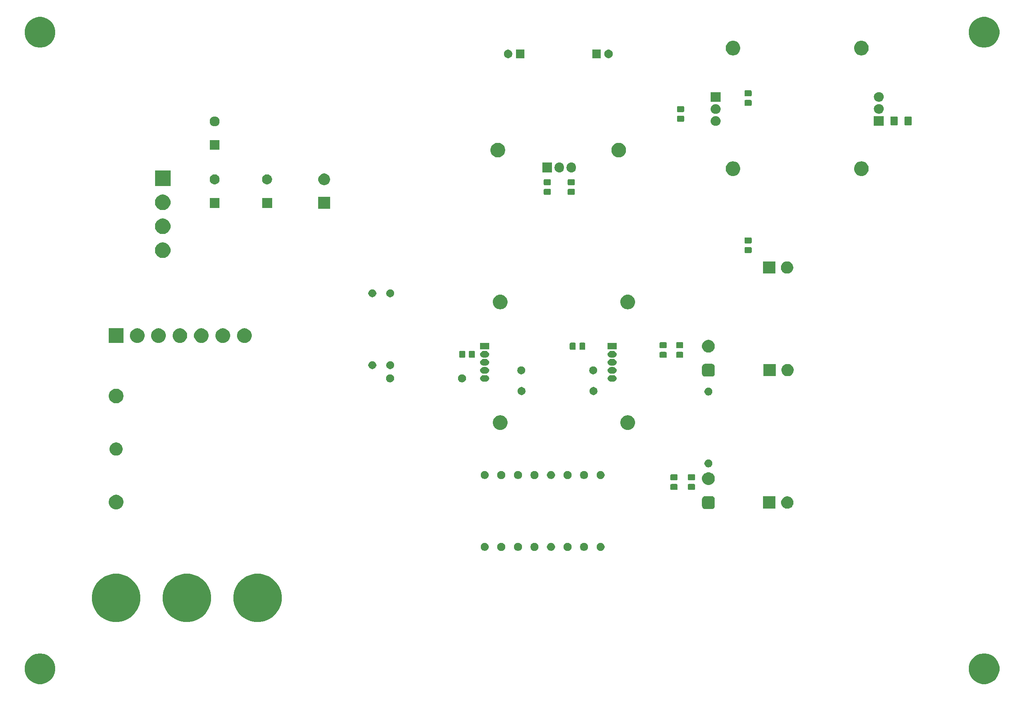
<source format=gbr>
G04 #@! TF.GenerationSoftware,KiCad,Pcbnew,(5.1.5)-3*
G04 #@! TF.CreationDate,2020-04-16T17:23:26-04:00*
G04 #@! TF.ProjectId,SAP-PSU,5341502d-5053-4552-9e6b-696361645f70,rev?*
G04 #@! TF.SameCoordinates,Original*
G04 #@! TF.FileFunction,Soldermask,Top*
G04 #@! TF.FilePolarity,Negative*
%FSLAX46Y46*%
G04 Gerber Fmt 4.6, Leading zero omitted, Abs format (unit mm)*
G04 Created by KiCad (PCBNEW (5.1.5)-3) date 2020-04-16 17:23:26*
%MOMM*%
%LPD*%
G04 APERTURE LIST*
%ADD10C,0.100000*%
G04 APERTURE END LIST*
D10*
G36*
X660634239Y-416811467D02*
G01*
X660948282Y-416873934D01*
X661539926Y-417119001D01*
X662072392Y-417474784D01*
X662525216Y-417927608D01*
X662880999Y-418460074D01*
X663126066Y-419051718D01*
X663251000Y-419679804D01*
X663251000Y-420320196D01*
X663126066Y-420948282D01*
X662880999Y-421539926D01*
X662525216Y-422072392D01*
X662072392Y-422525216D01*
X661539926Y-422880999D01*
X660948282Y-423126066D01*
X660634239Y-423188533D01*
X660320197Y-423251000D01*
X659679803Y-423251000D01*
X659365761Y-423188533D01*
X659051718Y-423126066D01*
X658460074Y-422880999D01*
X657927608Y-422525216D01*
X657474784Y-422072392D01*
X657119001Y-421539926D01*
X656873934Y-420948282D01*
X656749000Y-420320196D01*
X656749000Y-419679804D01*
X656873934Y-419051718D01*
X657119001Y-418460074D01*
X657474784Y-417927608D01*
X657927608Y-417474784D01*
X658460074Y-417119001D01*
X659051718Y-416873934D01*
X659365761Y-416811467D01*
X659679803Y-416749000D01*
X660320197Y-416749000D01*
X660634239Y-416811467D01*
G37*
G36*
X460634239Y-416811467D02*
G01*
X460948282Y-416873934D01*
X461539926Y-417119001D01*
X462072392Y-417474784D01*
X462525216Y-417927608D01*
X462880999Y-418460074D01*
X463126066Y-419051718D01*
X463251000Y-419679804D01*
X463251000Y-420320196D01*
X463126066Y-420948282D01*
X462880999Y-421539926D01*
X462525216Y-422072392D01*
X462072392Y-422525216D01*
X461539926Y-422880999D01*
X460948282Y-423126066D01*
X460634239Y-423188533D01*
X460320197Y-423251000D01*
X459679803Y-423251000D01*
X459365761Y-423188533D01*
X459051718Y-423126066D01*
X458460074Y-422880999D01*
X457927608Y-422525216D01*
X457474784Y-422072392D01*
X457119001Y-421539926D01*
X456873934Y-420948282D01*
X456749000Y-420320196D01*
X456749000Y-419679804D01*
X456873934Y-419051718D01*
X457119001Y-418460074D01*
X457474784Y-417927608D01*
X457927608Y-417474784D01*
X458460074Y-417119001D01*
X459051718Y-416873934D01*
X459365761Y-416811467D01*
X459679803Y-416749000D01*
X460320197Y-416749000D01*
X460634239Y-416811467D01*
G37*
G36*
X507091009Y-399947591D02*
G01*
X507586658Y-400046181D01*
X508520440Y-400432967D01*
X509360822Y-400994492D01*
X510075508Y-401709178D01*
X510637033Y-402549560D01*
X511023819Y-403483342D01*
X511221000Y-404474641D01*
X511221000Y-405485359D01*
X511023819Y-406476658D01*
X510637033Y-407410440D01*
X510075508Y-408250822D01*
X509360822Y-408965508D01*
X508520440Y-409527033D01*
X507586658Y-409913819D01*
X507091009Y-410012409D01*
X506595361Y-410111000D01*
X505584639Y-410111000D01*
X505088991Y-410012409D01*
X504593342Y-409913819D01*
X503659560Y-409527033D01*
X502819178Y-408965508D01*
X502104492Y-408250822D01*
X501542967Y-407410440D01*
X501156181Y-406476658D01*
X500959000Y-405485359D01*
X500959000Y-404474641D01*
X501156181Y-403483342D01*
X501542967Y-402549560D01*
X502104492Y-401709178D01*
X502819178Y-400994492D01*
X503659560Y-400432967D01*
X504593342Y-400046181D01*
X505088991Y-399947591D01*
X505584639Y-399849000D01*
X506595361Y-399849000D01*
X507091009Y-399947591D01*
G37*
G36*
X477121009Y-399947591D02*
G01*
X477616658Y-400046181D01*
X478550440Y-400432967D01*
X479390822Y-400994492D01*
X480105508Y-401709178D01*
X480667033Y-402549560D01*
X481053819Y-403483342D01*
X481251000Y-404474641D01*
X481251000Y-405485359D01*
X481053819Y-406476658D01*
X480667033Y-407410440D01*
X480105508Y-408250822D01*
X479390822Y-408965508D01*
X478550440Y-409527033D01*
X477616658Y-409913819D01*
X477121009Y-410012409D01*
X476625361Y-410111000D01*
X475614639Y-410111000D01*
X475118991Y-410012409D01*
X474623342Y-409913819D01*
X473689560Y-409527033D01*
X472849178Y-408965508D01*
X472134492Y-408250822D01*
X471572967Y-407410440D01*
X471186181Y-406476658D01*
X470989000Y-405485359D01*
X470989000Y-404474641D01*
X471186181Y-403483342D01*
X471572967Y-402549560D01*
X472134492Y-401709178D01*
X472849178Y-400994492D01*
X473689560Y-400432967D01*
X474623342Y-400046181D01*
X475118991Y-399947591D01*
X475614639Y-399849000D01*
X476625361Y-399849000D01*
X477121009Y-399947591D01*
G37*
G36*
X492111009Y-399947591D02*
G01*
X492606658Y-400046181D01*
X493540440Y-400432967D01*
X494380822Y-400994492D01*
X495095508Y-401709178D01*
X495657033Y-402549560D01*
X496043819Y-403483342D01*
X496241000Y-404474641D01*
X496241000Y-405485359D01*
X496043819Y-406476658D01*
X495657033Y-407410440D01*
X495095508Y-408250822D01*
X494380822Y-408965508D01*
X493540440Y-409527033D01*
X492606658Y-409913819D01*
X492111009Y-410012409D01*
X491615361Y-410111000D01*
X490604639Y-410111000D01*
X490108991Y-410012409D01*
X489613342Y-409913819D01*
X488679560Y-409527033D01*
X487839178Y-408965508D01*
X487124492Y-408250822D01*
X486562967Y-407410440D01*
X486176181Y-406476658D01*
X485979000Y-405485359D01*
X485979000Y-404474641D01*
X486176181Y-403483342D01*
X486562967Y-402549560D01*
X487124492Y-401709178D01*
X487839178Y-400994492D01*
X488679560Y-400432967D01*
X489613342Y-400046181D01*
X490108991Y-399947591D01*
X490604639Y-399849000D01*
X491615361Y-399849000D01*
X492111009Y-399947591D01*
G37*
G36*
X578998228Y-393331703D02*
G01*
X579153100Y-393395853D01*
X579292481Y-393488985D01*
X579411015Y-393607519D01*
X579504147Y-393746900D01*
X579568297Y-393901772D01*
X579601000Y-394066184D01*
X579601000Y-394233816D01*
X579568297Y-394398228D01*
X579504147Y-394553100D01*
X579411015Y-394692481D01*
X579292481Y-394811015D01*
X579153100Y-394904147D01*
X578998228Y-394968297D01*
X578833816Y-395001000D01*
X578666184Y-395001000D01*
X578501772Y-394968297D01*
X578346900Y-394904147D01*
X578207519Y-394811015D01*
X578088985Y-394692481D01*
X577995853Y-394553100D01*
X577931703Y-394398228D01*
X577899000Y-394233816D01*
X577899000Y-394066184D01*
X577931703Y-393901772D01*
X577995853Y-393746900D01*
X578088985Y-393607519D01*
X578207519Y-393488985D01*
X578346900Y-393395853D01*
X578501772Y-393331703D01*
X578666184Y-393299000D01*
X578833816Y-393299000D01*
X578998228Y-393331703D01*
G37*
G36*
X557948228Y-393331703D02*
G01*
X558103100Y-393395853D01*
X558242481Y-393488985D01*
X558361015Y-393607519D01*
X558454147Y-393746900D01*
X558518297Y-393901772D01*
X558551000Y-394066184D01*
X558551000Y-394233816D01*
X558518297Y-394398228D01*
X558454147Y-394553100D01*
X558361015Y-394692481D01*
X558242481Y-394811015D01*
X558103100Y-394904147D01*
X557948228Y-394968297D01*
X557783816Y-395001000D01*
X557616184Y-395001000D01*
X557451772Y-394968297D01*
X557296900Y-394904147D01*
X557157519Y-394811015D01*
X557038985Y-394692481D01*
X556945853Y-394553100D01*
X556881703Y-394398228D01*
X556849000Y-394233816D01*
X556849000Y-394066184D01*
X556881703Y-393901772D01*
X556945853Y-393746900D01*
X557038985Y-393607519D01*
X557157519Y-393488985D01*
X557296900Y-393395853D01*
X557451772Y-393331703D01*
X557616184Y-393299000D01*
X557783816Y-393299000D01*
X557948228Y-393331703D01*
G37*
G36*
X564998228Y-393331703D02*
G01*
X565153100Y-393395853D01*
X565292481Y-393488985D01*
X565411015Y-393607519D01*
X565504147Y-393746900D01*
X565568297Y-393901772D01*
X565601000Y-394066184D01*
X565601000Y-394233816D01*
X565568297Y-394398228D01*
X565504147Y-394553100D01*
X565411015Y-394692481D01*
X565292481Y-394811015D01*
X565153100Y-394904147D01*
X564998228Y-394968297D01*
X564833816Y-395001000D01*
X564666184Y-395001000D01*
X564501772Y-394968297D01*
X564346900Y-394904147D01*
X564207519Y-394811015D01*
X564088985Y-394692481D01*
X563995853Y-394553100D01*
X563931703Y-394398228D01*
X563899000Y-394233816D01*
X563899000Y-394066184D01*
X563931703Y-393901772D01*
X563995853Y-393746900D01*
X564088985Y-393607519D01*
X564207519Y-393488985D01*
X564346900Y-393395853D01*
X564501772Y-393331703D01*
X564666184Y-393299000D01*
X564833816Y-393299000D01*
X564998228Y-393331703D01*
G37*
G36*
X571998228Y-393331703D02*
G01*
X572153100Y-393395853D01*
X572292481Y-393488985D01*
X572411015Y-393607519D01*
X572504147Y-393746900D01*
X572568297Y-393901772D01*
X572601000Y-394066184D01*
X572601000Y-394233816D01*
X572568297Y-394398228D01*
X572504147Y-394553100D01*
X572411015Y-394692481D01*
X572292481Y-394811015D01*
X572153100Y-394904147D01*
X571998228Y-394968297D01*
X571833816Y-395001000D01*
X571666184Y-395001000D01*
X571501772Y-394968297D01*
X571346900Y-394904147D01*
X571207519Y-394811015D01*
X571088985Y-394692481D01*
X570995853Y-394553100D01*
X570931703Y-394398228D01*
X570899000Y-394233816D01*
X570899000Y-394066184D01*
X570931703Y-393901772D01*
X570995853Y-393746900D01*
X571088985Y-393607519D01*
X571207519Y-393488985D01*
X571346900Y-393395853D01*
X571501772Y-393331703D01*
X571666184Y-393299000D01*
X571833816Y-393299000D01*
X571998228Y-393331703D01*
G37*
G36*
X554448228Y-393321703D02*
G01*
X554603100Y-393385853D01*
X554742481Y-393478985D01*
X554861015Y-393597519D01*
X554954147Y-393736900D01*
X555018297Y-393891772D01*
X555051000Y-394056184D01*
X555051000Y-394223816D01*
X555018297Y-394388228D01*
X554954147Y-394543100D01*
X554861015Y-394682481D01*
X554742481Y-394801015D01*
X554603100Y-394894147D01*
X554448228Y-394958297D01*
X554283816Y-394991000D01*
X554116184Y-394991000D01*
X553951772Y-394958297D01*
X553796900Y-394894147D01*
X553657519Y-394801015D01*
X553538985Y-394682481D01*
X553445853Y-394543100D01*
X553381703Y-394388228D01*
X553349000Y-394223816D01*
X553349000Y-394056184D01*
X553381703Y-393891772D01*
X553445853Y-393736900D01*
X553538985Y-393597519D01*
X553657519Y-393478985D01*
X553796900Y-393385853D01*
X553951772Y-393321703D01*
X554116184Y-393289000D01*
X554283816Y-393289000D01*
X554448228Y-393321703D01*
G37*
G36*
X561498228Y-393321703D02*
G01*
X561653100Y-393385853D01*
X561792481Y-393478985D01*
X561911015Y-393597519D01*
X562004147Y-393736900D01*
X562068297Y-393891772D01*
X562101000Y-394056184D01*
X562101000Y-394223816D01*
X562068297Y-394388228D01*
X562004147Y-394543100D01*
X561911015Y-394682481D01*
X561792481Y-394801015D01*
X561653100Y-394894147D01*
X561498228Y-394958297D01*
X561333816Y-394991000D01*
X561166184Y-394991000D01*
X561001772Y-394958297D01*
X560846900Y-394894147D01*
X560707519Y-394801015D01*
X560588985Y-394682481D01*
X560495853Y-394543100D01*
X560431703Y-394388228D01*
X560399000Y-394223816D01*
X560399000Y-394056184D01*
X560431703Y-393891772D01*
X560495853Y-393736900D01*
X560588985Y-393597519D01*
X560707519Y-393478985D01*
X560846900Y-393385853D01*
X561001772Y-393321703D01*
X561166184Y-393289000D01*
X561333816Y-393289000D01*
X561498228Y-393321703D01*
G37*
G36*
X568498228Y-393321703D02*
G01*
X568653100Y-393385853D01*
X568792481Y-393478985D01*
X568911015Y-393597519D01*
X569004147Y-393736900D01*
X569068297Y-393891772D01*
X569101000Y-394056184D01*
X569101000Y-394223816D01*
X569068297Y-394388228D01*
X569004147Y-394543100D01*
X568911015Y-394682481D01*
X568792481Y-394801015D01*
X568653100Y-394894147D01*
X568498228Y-394958297D01*
X568333816Y-394991000D01*
X568166184Y-394991000D01*
X568001772Y-394958297D01*
X567846900Y-394894147D01*
X567707519Y-394801015D01*
X567588985Y-394682481D01*
X567495853Y-394543100D01*
X567431703Y-394388228D01*
X567399000Y-394223816D01*
X567399000Y-394056184D01*
X567431703Y-393891772D01*
X567495853Y-393736900D01*
X567588985Y-393597519D01*
X567707519Y-393478985D01*
X567846900Y-393385853D01*
X568001772Y-393321703D01*
X568166184Y-393289000D01*
X568333816Y-393289000D01*
X568498228Y-393321703D01*
G37*
G36*
X575498228Y-393321703D02*
G01*
X575653100Y-393385853D01*
X575792481Y-393478985D01*
X575911015Y-393597519D01*
X576004147Y-393736900D01*
X576068297Y-393891772D01*
X576101000Y-394056184D01*
X576101000Y-394223816D01*
X576068297Y-394388228D01*
X576004147Y-394543100D01*
X575911015Y-394682481D01*
X575792481Y-394801015D01*
X575653100Y-394894147D01*
X575498228Y-394958297D01*
X575333816Y-394991000D01*
X575166184Y-394991000D01*
X575001772Y-394958297D01*
X574846900Y-394894147D01*
X574707519Y-394801015D01*
X574588985Y-394682481D01*
X574495853Y-394543100D01*
X574431703Y-394388228D01*
X574399000Y-394223816D01*
X574399000Y-394056184D01*
X574431703Y-393891772D01*
X574495853Y-393736900D01*
X574588985Y-393597519D01*
X574707519Y-393478985D01*
X574846900Y-393385853D01*
X575001772Y-393321703D01*
X575166184Y-393289000D01*
X575333816Y-393289000D01*
X575498228Y-393321703D01*
G37*
G36*
X476426585Y-383138802D02*
G01*
X476576410Y-383168604D01*
X476858674Y-383285521D01*
X477112705Y-383455259D01*
X477328741Y-383671295D01*
X477498479Y-383925326D01*
X477615396Y-384207590D01*
X477675000Y-384507240D01*
X477675000Y-384812760D01*
X477615396Y-385112410D01*
X477498479Y-385394674D01*
X477328741Y-385648705D01*
X477112705Y-385864741D01*
X476858674Y-386034479D01*
X476576410Y-386151396D01*
X476426585Y-386181198D01*
X476276761Y-386211000D01*
X475971239Y-386211000D01*
X475821415Y-386181198D01*
X475671590Y-386151396D01*
X475389326Y-386034479D01*
X475135295Y-385864741D01*
X474919259Y-385648705D01*
X474749521Y-385394674D01*
X474632604Y-385112410D01*
X474573000Y-384812760D01*
X474573000Y-384507240D01*
X474632604Y-384207590D01*
X474749521Y-383925326D01*
X474919259Y-383671295D01*
X475135295Y-383455259D01*
X475389326Y-383285521D01*
X475671590Y-383168604D01*
X475821415Y-383138802D01*
X475971239Y-383109000D01*
X476276761Y-383109000D01*
X476426585Y-383138802D01*
G37*
G36*
X602457473Y-383411371D02*
G01*
X602572353Y-383446220D01*
X602678228Y-383502811D01*
X602771029Y-383578971D01*
X602847189Y-383671772D01*
X602903780Y-383777647D01*
X602938629Y-383892527D01*
X602951000Y-384018140D01*
X602951000Y-385481860D01*
X602938629Y-385607473D01*
X602903780Y-385722353D01*
X602847189Y-385828228D01*
X602771029Y-385921029D01*
X602678228Y-385997189D01*
X602572353Y-386053780D01*
X602457473Y-386088629D01*
X602331860Y-386101000D01*
X600868140Y-386101000D01*
X600742527Y-386088629D01*
X600627647Y-386053780D01*
X600521772Y-385997189D01*
X600428971Y-385921029D01*
X600352811Y-385828228D01*
X600296220Y-385722353D01*
X600261371Y-385607473D01*
X600249000Y-385481860D01*
X600249000Y-384018140D01*
X600261371Y-383892527D01*
X600296220Y-383777647D01*
X600352811Y-383671772D01*
X600428971Y-383578971D01*
X600521772Y-383502811D01*
X600627647Y-383446220D01*
X600742527Y-383411371D01*
X600868140Y-383399000D01*
X602331860Y-383399000D01*
X602457473Y-383411371D01*
G37*
G36*
X618689393Y-383499304D02*
G01*
X618926101Y-383597352D01*
X618926103Y-383597353D01*
X619139135Y-383739696D01*
X619320304Y-383920865D01*
X619422959Y-384074500D01*
X619462648Y-384133899D01*
X619560696Y-384370607D01*
X619610680Y-384621893D01*
X619610680Y-384878107D01*
X619560696Y-385129393D01*
X619462648Y-385366101D01*
X619462647Y-385366103D01*
X619320304Y-385579135D01*
X619139135Y-385760304D01*
X618926103Y-385902647D01*
X618926102Y-385902648D01*
X618926101Y-385902648D01*
X618689393Y-386000696D01*
X618438107Y-386050680D01*
X618181893Y-386050680D01*
X617930607Y-386000696D01*
X617693899Y-385902648D01*
X617693898Y-385902648D01*
X617693897Y-385902647D01*
X617480865Y-385760304D01*
X617299696Y-385579135D01*
X617157353Y-385366103D01*
X617157352Y-385366101D01*
X617059304Y-385129393D01*
X617009320Y-384878107D01*
X617009320Y-384621893D01*
X617059304Y-384370607D01*
X617157352Y-384133899D01*
X617197041Y-384074500D01*
X617299696Y-383920865D01*
X617480865Y-383739696D01*
X617693897Y-383597353D01*
X617693899Y-383597352D01*
X617930607Y-383499304D01*
X618181893Y-383449320D01*
X618438107Y-383449320D01*
X618689393Y-383499304D01*
G37*
G36*
X615800680Y-386050680D02*
G01*
X613199320Y-386050680D01*
X613199320Y-383449320D01*
X615800680Y-383449320D01*
X615800680Y-386050680D01*
G37*
G36*
X594888674Y-380828465D02*
G01*
X594926367Y-380839899D01*
X594961103Y-380858466D01*
X594991548Y-380883452D01*
X595016534Y-380913897D01*
X595035101Y-380948633D01*
X595046535Y-380986326D01*
X595051000Y-381031661D01*
X595051000Y-381868339D01*
X595046535Y-381913674D01*
X595035101Y-381951367D01*
X595016534Y-381986103D01*
X594991548Y-382016548D01*
X594961103Y-382041534D01*
X594926367Y-382060101D01*
X594888674Y-382071535D01*
X594843339Y-382076000D01*
X593756661Y-382076000D01*
X593711326Y-382071535D01*
X593673633Y-382060101D01*
X593638897Y-382041534D01*
X593608452Y-382016548D01*
X593583466Y-381986103D01*
X593564899Y-381951367D01*
X593553465Y-381913674D01*
X593549000Y-381868339D01*
X593549000Y-381031661D01*
X593553465Y-380986326D01*
X593564899Y-380948633D01*
X593583466Y-380913897D01*
X593608452Y-380883452D01*
X593638897Y-380858466D01*
X593673633Y-380839899D01*
X593711326Y-380828465D01*
X593756661Y-380824000D01*
X594843339Y-380824000D01*
X594888674Y-380828465D01*
G37*
G36*
X598588674Y-380803465D02*
G01*
X598626367Y-380814899D01*
X598661103Y-380833466D01*
X598691548Y-380858452D01*
X598716534Y-380888897D01*
X598735101Y-380923633D01*
X598746535Y-380961326D01*
X598751000Y-381006661D01*
X598751000Y-381843339D01*
X598746535Y-381888674D01*
X598735101Y-381926367D01*
X598716534Y-381961103D01*
X598691548Y-381991548D01*
X598661103Y-382016534D01*
X598626367Y-382035101D01*
X598588674Y-382046535D01*
X598543339Y-382051000D01*
X597456661Y-382051000D01*
X597411326Y-382046535D01*
X597373633Y-382035101D01*
X597338897Y-382016534D01*
X597308452Y-381991548D01*
X597283466Y-381961103D01*
X597264899Y-381926367D01*
X597253465Y-381888674D01*
X597249000Y-381843339D01*
X597249000Y-381006661D01*
X597253465Y-380961326D01*
X597264899Y-380923633D01*
X597283466Y-380888897D01*
X597308452Y-380858452D01*
X597338897Y-380833466D01*
X597373633Y-380814899D01*
X597411326Y-380803465D01*
X597456661Y-380799000D01*
X598543339Y-380799000D01*
X598588674Y-380803465D01*
G37*
G36*
X601926711Y-378357519D02*
G01*
X601994072Y-378370918D01*
X602239939Y-378472759D01*
X602351328Y-378547187D01*
X602461211Y-378620609D01*
X602649391Y-378808789D01*
X602706970Y-378894962D01*
X602773023Y-378993816D01*
X602797242Y-379030063D01*
X602899082Y-379275928D01*
X602951000Y-379536937D01*
X602951000Y-379803063D01*
X602907695Y-380020770D01*
X602899082Y-380064072D01*
X602797241Y-380309939D01*
X602649390Y-380531212D01*
X602461212Y-380719390D01*
X602239939Y-380867241D01*
X602239938Y-380867242D01*
X602239937Y-380867242D01*
X601994072Y-380969082D01*
X601733063Y-381021000D01*
X601466937Y-381021000D01*
X601205928Y-380969082D01*
X600960063Y-380867242D01*
X600960062Y-380867242D01*
X600960061Y-380867241D01*
X600738788Y-380719390D01*
X600550610Y-380531212D01*
X600402759Y-380309939D01*
X600300918Y-380064072D01*
X600292305Y-380020770D01*
X600249000Y-379803063D01*
X600249000Y-379536937D01*
X600300918Y-379275928D01*
X600402758Y-379030063D01*
X600426978Y-378993816D01*
X600493030Y-378894962D01*
X600550609Y-378808789D01*
X600738789Y-378620609D01*
X600848673Y-378547187D01*
X600960061Y-378472759D01*
X601205928Y-378370918D01*
X601273289Y-378357519D01*
X601466937Y-378319000D01*
X601733063Y-378319000D01*
X601926711Y-378357519D01*
G37*
G36*
X594888674Y-378778465D02*
G01*
X594926367Y-378789899D01*
X594961103Y-378808466D01*
X594991548Y-378833452D01*
X595016534Y-378863897D01*
X595035101Y-378898633D01*
X595046535Y-378936326D01*
X595051000Y-378981661D01*
X595051000Y-379818339D01*
X595046535Y-379863674D01*
X595035101Y-379901367D01*
X595016534Y-379936103D01*
X594991548Y-379966548D01*
X594961103Y-379991534D01*
X594926367Y-380010101D01*
X594888674Y-380021535D01*
X594843339Y-380026000D01*
X593756661Y-380026000D01*
X593711326Y-380021535D01*
X593673633Y-380010101D01*
X593638897Y-379991534D01*
X593608452Y-379966548D01*
X593583466Y-379936103D01*
X593564899Y-379901367D01*
X593553465Y-379863674D01*
X593549000Y-379818339D01*
X593549000Y-378981661D01*
X593553465Y-378936326D01*
X593564899Y-378898633D01*
X593583466Y-378863897D01*
X593608452Y-378833452D01*
X593638897Y-378808466D01*
X593673633Y-378789899D01*
X593711326Y-378778465D01*
X593756661Y-378774000D01*
X594843339Y-378774000D01*
X594888674Y-378778465D01*
G37*
G36*
X598588674Y-378753465D02*
G01*
X598626367Y-378764899D01*
X598661103Y-378783466D01*
X598691548Y-378808452D01*
X598716534Y-378838897D01*
X598735101Y-378873633D01*
X598746535Y-378911326D01*
X598751000Y-378956661D01*
X598751000Y-379793339D01*
X598746535Y-379838674D01*
X598735101Y-379876367D01*
X598716534Y-379911103D01*
X598691548Y-379941548D01*
X598661103Y-379966534D01*
X598626367Y-379985101D01*
X598588674Y-379996535D01*
X598543339Y-380001000D01*
X597456661Y-380001000D01*
X597411326Y-379996535D01*
X597373633Y-379985101D01*
X597338897Y-379966534D01*
X597308452Y-379941548D01*
X597283466Y-379911103D01*
X597264899Y-379876367D01*
X597253465Y-379838674D01*
X597249000Y-379793339D01*
X597249000Y-378956661D01*
X597253465Y-378911326D01*
X597264899Y-378873633D01*
X597283466Y-378838897D01*
X597308452Y-378808452D01*
X597338897Y-378783466D01*
X597373633Y-378764899D01*
X597411326Y-378753465D01*
X597456661Y-378749000D01*
X598543339Y-378749000D01*
X598588674Y-378753465D01*
G37*
G36*
X578998228Y-378091703D02*
G01*
X579153100Y-378155853D01*
X579292481Y-378248985D01*
X579411015Y-378367519D01*
X579504147Y-378506900D01*
X579568297Y-378661772D01*
X579601000Y-378826184D01*
X579601000Y-378993816D01*
X579568297Y-379158228D01*
X579504147Y-379313100D01*
X579411015Y-379452481D01*
X579292481Y-379571015D01*
X579153100Y-379664147D01*
X578998228Y-379728297D01*
X578833816Y-379761000D01*
X578666184Y-379761000D01*
X578501772Y-379728297D01*
X578346900Y-379664147D01*
X578207519Y-379571015D01*
X578088985Y-379452481D01*
X577995853Y-379313100D01*
X577931703Y-379158228D01*
X577899000Y-378993816D01*
X577899000Y-378826184D01*
X577931703Y-378661772D01*
X577995853Y-378506900D01*
X578088985Y-378367519D01*
X578207519Y-378248985D01*
X578346900Y-378155853D01*
X578501772Y-378091703D01*
X578666184Y-378059000D01*
X578833816Y-378059000D01*
X578998228Y-378091703D01*
G37*
G36*
X571998228Y-378091703D02*
G01*
X572153100Y-378155853D01*
X572292481Y-378248985D01*
X572411015Y-378367519D01*
X572504147Y-378506900D01*
X572568297Y-378661772D01*
X572601000Y-378826184D01*
X572601000Y-378993816D01*
X572568297Y-379158228D01*
X572504147Y-379313100D01*
X572411015Y-379452481D01*
X572292481Y-379571015D01*
X572153100Y-379664147D01*
X571998228Y-379728297D01*
X571833816Y-379761000D01*
X571666184Y-379761000D01*
X571501772Y-379728297D01*
X571346900Y-379664147D01*
X571207519Y-379571015D01*
X571088985Y-379452481D01*
X570995853Y-379313100D01*
X570931703Y-379158228D01*
X570899000Y-378993816D01*
X570899000Y-378826184D01*
X570931703Y-378661772D01*
X570995853Y-378506900D01*
X571088985Y-378367519D01*
X571207519Y-378248985D01*
X571346900Y-378155853D01*
X571501772Y-378091703D01*
X571666184Y-378059000D01*
X571833816Y-378059000D01*
X571998228Y-378091703D01*
G37*
G36*
X557948228Y-378091703D02*
G01*
X558103100Y-378155853D01*
X558242481Y-378248985D01*
X558361015Y-378367519D01*
X558454147Y-378506900D01*
X558518297Y-378661772D01*
X558551000Y-378826184D01*
X558551000Y-378993816D01*
X558518297Y-379158228D01*
X558454147Y-379313100D01*
X558361015Y-379452481D01*
X558242481Y-379571015D01*
X558103100Y-379664147D01*
X557948228Y-379728297D01*
X557783816Y-379761000D01*
X557616184Y-379761000D01*
X557451772Y-379728297D01*
X557296900Y-379664147D01*
X557157519Y-379571015D01*
X557038985Y-379452481D01*
X556945853Y-379313100D01*
X556881703Y-379158228D01*
X556849000Y-378993816D01*
X556849000Y-378826184D01*
X556881703Y-378661772D01*
X556945853Y-378506900D01*
X557038985Y-378367519D01*
X557157519Y-378248985D01*
X557296900Y-378155853D01*
X557451772Y-378091703D01*
X557616184Y-378059000D01*
X557783816Y-378059000D01*
X557948228Y-378091703D01*
G37*
G36*
X564998228Y-378091703D02*
G01*
X565153100Y-378155853D01*
X565292481Y-378248985D01*
X565411015Y-378367519D01*
X565504147Y-378506900D01*
X565568297Y-378661772D01*
X565601000Y-378826184D01*
X565601000Y-378993816D01*
X565568297Y-379158228D01*
X565504147Y-379313100D01*
X565411015Y-379452481D01*
X565292481Y-379571015D01*
X565153100Y-379664147D01*
X564998228Y-379728297D01*
X564833816Y-379761000D01*
X564666184Y-379761000D01*
X564501772Y-379728297D01*
X564346900Y-379664147D01*
X564207519Y-379571015D01*
X564088985Y-379452481D01*
X563995853Y-379313100D01*
X563931703Y-379158228D01*
X563899000Y-378993816D01*
X563899000Y-378826184D01*
X563931703Y-378661772D01*
X563995853Y-378506900D01*
X564088985Y-378367519D01*
X564207519Y-378248985D01*
X564346900Y-378155853D01*
X564501772Y-378091703D01*
X564666184Y-378059000D01*
X564833816Y-378059000D01*
X564998228Y-378091703D01*
G37*
G36*
X575498228Y-378081703D02*
G01*
X575653100Y-378145853D01*
X575792481Y-378238985D01*
X575911015Y-378357519D01*
X576004147Y-378496900D01*
X576068297Y-378651772D01*
X576101000Y-378816184D01*
X576101000Y-378983816D01*
X576068297Y-379148228D01*
X576004147Y-379303100D01*
X575911015Y-379442481D01*
X575792481Y-379561015D01*
X575653100Y-379654147D01*
X575498228Y-379718297D01*
X575333816Y-379751000D01*
X575166184Y-379751000D01*
X575001772Y-379718297D01*
X574846900Y-379654147D01*
X574707519Y-379561015D01*
X574588985Y-379442481D01*
X574495853Y-379303100D01*
X574431703Y-379148228D01*
X574399000Y-378983816D01*
X574399000Y-378816184D01*
X574431703Y-378651772D01*
X574495853Y-378496900D01*
X574588985Y-378357519D01*
X574707519Y-378238985D01*
X574846900Y-378145853D01*
X575001772Y-378081703D01*
X575166184Y-378049000D01*
X575333816Y-378049000D01*
X575498228Y-378081703D01*
G37*
G36*
X554448228Y-378081703D02*
G01*
X554603100Y-378145853D01*
X554742481Y-378238985D01*
X554861015Y-378357519D01*
X554954147Y-378496900D01*
X555018297Y-378651772D01*
X555051000Y-378816184D01*
X555051000Y-378983816D01*
X555018297Y-379148228D01*
X554954147Y-379303100D01*
X554861015Y-379442481D01*
X554742481Y-379561015D01*
X554603100Y-379654147D01*
X554448228Y-379718297D01*
X554283816Y-379751000D01*
X554116184Y-379751000D01*
X553951772Y-379718297D01*
X553796900Y-379654147D01*
X553657519Y-379561015D01*
X553538985Y-379442481D01*
X553445853Y-379303100D01*
X553381703Y-379148228D01*
X553349000Y-378983816D01*
X553349000Y-378816184D01*
X553381703Y-378651772D01*
X553445853Y-378496900D01*
X553538985Y-378357519D01*
X553657519Y-378238985D01*
X553796900Y-378145853D01*
X553951772Y-378081703D01*
X554116184Y-378049000D01*
X554283816Y-378049000D01*
X554448228Y-378081703D01*
G37*
G36*
X561498228Y-378081703D02*
G01*
X561653100Y-378145853D01*
X561792481Y-378238985D01*
X561911015Y-378357519D01*
X562004147Y-378496900D01*
X562068297Y-378651772D01*
X562101000Y-378816184D01*
X562101000Y-378983816D01*
X562068297Y-379148228D01*
X562004147Y-379303100D01*
X561911015Y-379442481D01*
X561792481Y-379561015D01*
X561653100Y-379654147D01*
X561498228Y-379718297D01*
X561333816Y-379751000D01*
X561166184Y-379751000D01*
X561001772Y-379718297D01*
X560846900Y-379654147D01*
X560707519Y-379561015D01*
X560588985Y-379442481D01*
X560495853Y-379303100D01*
X560431703Y-379148228D01*
X560399000Y-378983816D01*
X560399000Y-378816184D01*
X560431703Y-378651772D01*
X560495853Y-378496900D01*
X560588985Y-378357519D01*
X560707519Y-378238985D01*
X560846900Y-378145853D01*
X561001772Y-378081703D01*
X561166184Y-378049000D01*
X561333816Y-378049000D01*
X561498228Y-378081703D01*
G37*
G36*
X568498228Y-378081703D02*
G01*
X568653100Y-378145853D01*
X568792481Y-378238985D01*
X568911015Y-378357519D01*
X569004147Y-378496900D01*
X569068297Y-378651772D01*
X569101000Y-378816184D01*
X569101000Y-378983816D01*
X569068297Y-379148228D01*
X569004147Y-379303100D01*
X568911015Y-379442481D01*
X568792481Y-379561015D01*
X568653100Y-379654147D01*
X568498228Y-379718297D01*
X568333816Y-379751000D01*
X568166184Y-379751000D01*
X568001772Y-379718297D01*
X567846900Y-379654147D01*
X567707519Y-379561015D01*
X567588985Y-379442481D01*
X567495853Y-379303100D01*
X567431703Y-379148228D01*
X567399000Y-378983816D01*
X567399000Y-378816184D01*
X567431703Y-378651772D01*
X567495853Y-378496900D01*
X567588985Y-378357519D01*
X567707519Y-378238985D01*
X567846900Y-378145853D01*
X568001772Y-378081703D01*
X568166184Y-378049000D01*
X568333816Y-378049000D01*
X568498228Y-378081703D01*
G37*
G36*
X601848228Y-375621703D02*
G01*
X602003100Y-375685853D01*
X602142481Y-375778985D01*
X602261015Y-375897519D01*
X602354147Y-376036900D01*
X602418297Y-376191772D01*
X602451000Y-376356184D01*
X602451000Y-376523816D01*
X602418297Y-376688228D01*
X602354147Y-376843100D01*
X602261015Y-376982481D01*
X602142481Y-377101015D01*
X602003100Y-377194147D01*
X601848228Y-377258297D01*
X601683816Y-377291000D01*
X601516184Y-377291000D01*
X601351772Y-377258297D01*
X601196900Y-377194147D01*
X601057519Y-377101015D01*
X600938985Y-376982481D01*
X600845853Y-376843100D01*
X600781703Y-376688228D01*
X600749000Y-376523816D01*
X600749000Y-376356184D01*
X600781703Y-376191772D01*
X600845853Y-376036900D01*
X600938985Y-375897519D01*
X601057519Y-375778985D01*
X601196900Y-375685853D01*
X601351772Y-375621703D01*
X601516184Y-375589000D01*
X601683816Y-375589000D01*
X601848228Y-375621703D01*
G37*
G36*
X476442433Y-372044893D02*
G01*
X476532657Y-372062839D01*
X476638267Y-372106585D01*
X476787621Y-372168449D01*
X476787622Y-372168450D01*
X477017086Y-372321772D01*
X477212228Y-372516914D01*
X477314675Y-372670237D01*
X477365551Y-372746379D01*
X477471161Y-373001344D01*
X477525000Y-373272012D01*
X477525000Y-373547988D01*
X477471161Y-373818656D01*
X477365551Y-374073621D01*
X477365550Y-374073622D01*
X477212228Y-374303086D01*
X477017086Y-374498228D01*
X476863763Y-374600675D01*
X476787621Y-374651551D01*
X476638267Y-374713415D01*
X476532657Y-374757161D01*
X476442433Y-374775107D01*
X476261988Y-374811000D01*
X475986012Y-374811000D01*
X475805567Y-374775107D01*
X475715343Y-374757161D01*
X475609733Y-374713415D01*
X475460379Y-374651551D01*
X475384237Y-374600675D01*
X475230914Y-374498228D01*
X475035772Y-374303086D01*
X474882450Y-374073622D01*
X474882449Y-374073621D01*
X474776839Y-373818656D01*
X474723000Y-373547988D01*
X474723000Y-373272012D01*
X474776839Y-373001344D01*
X474882449Y-372746379D01*
X474933325Y-372670237D01*
X475035772Y-372516914D01*
X475230914Y-372321772D01*
X475460378Y-372168450D01*
X475460379Y-372168449D01*
X475609733Y-372106585D01*
X475715343Y-372062839D01*
X475805567Y-372044893D01*
X475986012Y-372009000D01*
X476261988Y-372009000D01*
X476442433Y-372044893D01*
G37*
G36*
X584802585Y-366278802D02*
G01*
X584952410Y-366308604D01*
X585234674Y-366425521D01*
X585488705Y-366595259D01*
X585704741Y-366811295D01*
X585874479Y-367065326D01*
X585991396Y-367347590D01*
X586051000Y-367647240D01*
X586051000Y-367952760D01*
X585991396Y-368252410D01*
X585874479Y-368534674D01*
X585704741Y-368788705D01*
X585488705Y-369004741D01*
X585234674Y-369174479D01*
X584952410Y-369291396D01*
X584802585Y-369321198D01*
X584652761Y-369351000D01*
X584347239Y-369351000D01*
X584197415Y-369321198D01*
X584047590Y-369291396D01*
X583765326Y-369174479D01*
X583511295Y-369004741D01*
X583295259Y-368788705D01*
X583125521Y-368534674D01*
X583008604Y-368252410D01*
X582949000Y-367952760D01*
X582949000Y-367647240D01*
X583008604Y-367347590D01*
X583125521Y-367065326D01*
X583295259Y-366811295D01*
X583511295Y-366595259D01*
X583765326Y-366425521D01*
X584047590Y-366308604D01*
X584197415Y-366278802D01*
X584347239Y-366249000D01*
X584652761Y-366249000D01*
X584802585Y-366278802D01*
G37*
G36*
X557802585Y-366278802D02*
G01*
X557952410Y-366308604D01*
X558234674Y-366425521D01*
X558488705Y-366595259D01*
X558704741Y-366811295D01*
X558874479Y-367065326D01*
X558991396Y-367347590D01*
X559051000Y-367647240D01*
X559051000Y-367952760D01*
X558991396Y-368252410D01*
X558874479Y-368534674D01*
X558704741Y-368788705D01*
X558488705Y-369004741D01*
X558234674Y-369174479D01*
X557952410Y-369291396D01*
X557802585Y-369321198D01*
X557652761Y-369351000D01*
X557347239Y-369351000D01*
X557197415Y-369321198D01*
X557047590Y-369291396D01*
X556765326Y-369174479D01*
X556511295Y-369004741D01*
X556295259Y-368788705D01*
X556125521Y-368534674D01*
X556008604Y-368252410D01*
X555949000Y-367952760D01*
X555949000Y-367647240D01*
X556008604Y-367347590D01*
X556125521Y-367065326D01*
X556295259Y-366811295D01*
X556511295Y-366595259D01*
X556765326Y-366425521D01*
X557047590Y-366308604D01*
X557197415Y-366278802D01*
X557347239Y-366249000D01*
X557652761Y-366249000D01*
X557802585Y-366278802D01*
G37*
G36*
X476426585Y-360638802D02*
G01*
X476576410Y-360668604D01*
X476858674Y-360785521D01*
X477112705Y-360955259D01*
X477328741Y-361171295D01*
X477498479Y-361425326D01*
X477615396Y-361707590D01*
X477675000Y-362007240D01*
X477675000Y-362312760D01*
X477615396Y-362612410D01*
X477498479Y-362894674D01*
X477328741Y-363148705D01*
X477112705Y-363364741D01*
X476858674Y-363534479D01*
X476576410Y-363651396D01*
X476426585Y-363681198D01*
X476276761Y-363711000D01*
X475971239Y-363711000D01*
X475821415Y-363681198D01*
X475671590Y-363651396D01*
X475389326Y-363534479D01*
X475135295Y-363364741D01*
X474919259Y-363148705D01*
X474749521Y-362894674D01*
X474632604Y-362612410D01*
X474573000Y-362312760D01*
X474573000Y-362007240D01*
X474632604Y-361707590D01*
X474749521Y-361425326D01*
X474919259Y-361171295D01*
X475135295Y-360955259D01*
X475389326Y-360785521D01*
X475671590Y-360668604D01*
X475821415Y-360638802D01*
X475971239Y-360609000D01*
X476276761Y-360609000D01*
X476426585Y-360638802D01*
G37*
G36*
X601848228Y-360381703D02*
G01*
X602003100Y-360445853D01*
X602142481Y-360538985D01*
X602261015Y-360657519D01*
X602354147Y-360796900D01*
X602418297Y-360951772D01*
X602451000Y-361116184D01*
X602451000Y-361283816D01*
X602418297Y-361448228D01*
X602354147Y-361603100D01*
X602261015Y-361742481D01*
X602142481Y-361861015D01*
X602003100Y-361954147D01*
X601848228Y-362018297D01*
X601683816Y-362051000D01*
X601516184Y-362051000D01*
X601351772Y-362018297D01*
X601196900Y-361954147D01*
X601057519Y-361861015D01*
X600938985Y-361742481D01*
X600845853Y-361603100D01*
X600781703Y-361448228D01*
X600749000Y-361283816D01*
X600749000Y-361116184D01*
X600781703Y-360951772D01*
X600845853Y-360796900D01*
X600938985Y-360657519D01*
X601057519Y-360538985D01*
X601196900Y-360445853D01*
X601351772Y-360381703D01*
X601516184Y-360349000D01*
X601683816Y-360349000D01*
X601848228Y-360381703D01*
G37*
G36*
X577488228Y-360281703D02*
G01*
X577643100Y-360345853D01*
X577782481Y-360438985D01*
X577901015Y-360557519D01*
X577994147Y-360696900D01*
X578058297Y-360851772D01*
X578091000Y-361016184D01*
X578091000Y-361183816D01*
X578058297Y-361348228D01*
X577994147Y-361503100D01*
X577901015Y-361642481D01*
X577782481Y-361761015D01*
X577643100Y-361854147D01*
X577488228Y-361918297D01*
X577323816Y-361951000D01*
X577156184Y-361951000D01*
X576991772Y-361918297D01*
X576836900Y-361854147D01*
X576697519Y-361761015D01*
X576578985Y-361642481D01*
X576485853Y-361503100D01*
X576421703Y-361348228D01*
X576389000Y-361183816D01*
X576389000Y-361016184D01*
X576421703Y-360851772D01*
X576485853Y-360696900D01*
X576578985Y-360557519D01*
X576697519Y-360438985D01*
X576836900Y-360345853D01*
X576991772Y-360281703D01*
X577156184Y-360249000D01*
X577323816Y-360249000D01*
X577488228Y-360281703D01*
G37*
G36*
X562248228Y-360281703D02*
G01*
X562403100Y-360345853D01*
X562542481Y-360438985D01*
X562661015Y-360557519D01*
X562754147Y-360696900D01*
X562818297Y-360851772D01*
X562851000Y-361016184D01*
X562851000Y-361183816D01*
X562818297Y-361348228D01*
X562754147Y-361503100D01*
X562661015Y-361642481D01*
X562542481Y-361761015D01*
X562403100Y-361854147D01*
X562248228Y-361918297D01*
X562083816Y-361951000D01*
X561916184Y-361951000D01*
X561751772Y-361918297D01*
X561596900Y-361854147D01*
X561457519Y-361761015D01*
X561338985Y-361642481D01*
X561245853Y-361503100D01*
X561181703Y-361348228D01*
X561149000Y-361183816D01*
X561149000Y-361016184D01*
X561181703Y-360851772D01*
X561245853Y-360696900D01*
X561338985Y-360557519D01*
X561457519Y-360438985D01*
X561596900Y-360345853D01*
X561751772Y-360281703D01*
X561916184Y-360249000D01*
X562083816Y-360249000D01*
X562248228Y-360281703D01*
G37*
G36*
X549648228Y-357581703D02*
G01*
X549803100Y-357645853D01*
X549942481Y-357738985D01*
X550061015Y-357857519D01*
X550154147Y-357996900D01*
X550218297Y-358151772D01*
X550251000Y-358316184D01*
X550251000Y-358483816D01*
X550218297Y-358648228D01*
X550154147Y-358803100D01*
X550061015Y-358942481D01*
X549942481Y-359061015D01*
X549803100Y-359154147D01*
X549648228Y-359218297D01*
X549483816Y-359251000D01*
X549316184Y-359251000D01*
X549151772Y-359218297D01*
X548996900Y-359154147D01*
X548857519Y-359061015D01*
X548738985Y-358942481D01*
X548645853Y-358803100D01*
X548581703Y-358648228D01*
X548549000Y-358483816D01*
X548549000Y-358316184D01*
X548581703Y-358151772D01*
X548645853Y-357996900D01*
X548738985Y-357857519D01*
X548857519Y-357738985D01*
X548996900Y-357645853D01*
X549151772Y-357581703D01*
X549316184Y-357549000D01*
X549483816Y-357549000D01*
X549648228Y-357581703D01*
G37*
G36*
X534408228Y-357581703D02*
G01*
X534563100Y-357645853D01*
X534702481Y-357738985D01*
X534821015Y-357857519D01*
X534914147Y-357996900D01*
X534978297Y-358151772D01*
X535011000Y-358316184D01*
X535011000Y-358483816D01*
X534978297Y-358648228D01*
X534914147Y-358803100D01*
X534821015Y-358942481D01*
X534702481Y-359061015D01*
X534563100Y-359154147D01*
X534408228Y-359218297D01*
X534243816Y-359251000D01*
X534076184Y-359251000D01*
X533911772Y-359218297D01*
X533756900Y-359154147D01*
X533617519Y-359061015D01*
X533498985Y-358942481D01*
X533405853Y-358803100D01*
X533341703Y-358648228D01*
X533309000Y-358483816D01*
X533309000Y-358316184D01*
X533341703Y-358151772D01*
X533405853Y-357996900D01*
X533498985Y-357857519D01*
X533617519Y-357738985D01*
X533756900Y-357645853D01*
X533911772Y-357581703D01*
X534076184Y-357549000D01*
X534243816Y-357549000D01*
X534408228Y-357581703D01*
G37*
G36*
X554516551Y-357713492D02*
G01*
X554597470Y-357721462D01*
X554727252Y-357760831D01*
X554776645Y-357787233D01*
X554846860Y-357824763D01*
X554951699Y-357910801D01*
X555037737Y-358015640D01*
X555045947Y-358031000D01*
X555101669Y-358135248D01*
X555141038Y-358265030D01*
X555154331Y-358400000D01*
X555141038Y-358534970D01*
X555101669Y-358664752D01*
X555101666Y-358664757D01*
X555037737Y-358784360D01*
X554951699Y-358889199D01*
X554846860Y-358975237D01*
X554776645Y-359012767D01*
X554727252Y-359039169D01*
X554597470Y-359078538D01*
X554516551Y-359086508D01*
X554496322Y-359088500D01*
X553903678Y-359088500D01*
X553883449Y-359086508D01*
X553802530Y-359078538D01*
X553672748Y-359039169D01*
X553623355Y-359012767D01*
X553553140Y-358975237D01*
X553448301Y-358889199D01*
X553362263Y-358784360D01*
X553298334Y-358664757D01*
X553298331Y-358664752D01*
X553258962Y-358534970D01*
X553245669Y-358400000D01*
X553258962Y-358265030D01*
X553298331Y-358135248D01*
X553354053Y-358031000D01*
X553362263Y-358015640D01*
X553448301Y-357910801D01*
X553553140Y-357824763D01*
X553623355Y-357787233D01*
X553672748Y-357760831D01*
X553802530Y-357721462D01*
X553883449Y-357713492D01*
X553903678Y-357711500D01*
X554496322Y-357711500D01*
X554516551Y-357713492D01*
G37*
G36*
X581516551Y-357713492D02*
G01*
X581597470Y-357721462D01*
X581727252Y-357760831D01*
X581776645Y-357787233D01*
X581846860Y-357824763D01*
X581951699Y-357910801D01*
X582037737Y-358015640D01*
X582045947Y-358031000D01*
X582101669Y-358135248D01*
X582141038Y-358265030D01*
X582154331Y-358400000D01*
X582141038Y-358534970D01*
X582101669Y-358664752D01*
X582101666Y-358664757D01*
X582037737Y-358784360D01*
X581951699Y-358889199D01*
X581846860Y-358975237D01*
X581776645Y-359012767D01*
X581727252Y-359039169D01*
X581597470Y-359078538D01*
X581516551Y-359086508D01*
X581496322Y-359088500D01*
X580903678Y-359088500D01*
X580883449Y-359086508D01*
X580802530Y-359078538D01*
X580672748Y-359039169D01*
X580623355Y-359012767D01*
X580553140Y-358975237D01*
X580448301Y-358889199D01*
X580362263Y-358784360D01*
X580298334Y-358664757D01*
X580298331Y-358664752D01*
X580258962Y-358534970D01*
X580245669Y-358400000D01*
X580258962Y-358265030D01*
X580298331Y-358135248D01*
X580354053Y-358031000D01*
X580362263Y-358015640D01*
X580448301Y-357910801D01*
X580553140Y-357824763D01*
X580623355Y-357787233D01*
X580672748Y-357760831D01*
X580802530Y-357721462D01*
X580883449Y-357713492D01*
X580903678Y-357711500D01*
X581496322Y-357711500D01*
X581516551Y-357713492D01*
G37*
G36*
X602457473Y-355341371D02*
G01*
X602572353Y-355376220D01*
X602678228Y-355432811D01*
X602771029Y-355508971D01*
X602847189Y-355601772D01*
X602903780Y-355707647D01*
X602938629Y-355822527D01*
X602951000Y-355948140D01*
X602951000Y-357411860D01*
X602938629Y-357537473D01*
X602903780Y-357652353D01*
X602847189Y-357758228D01*
X602771029Y-357851029D01*
X602678228Y-357927189D01*
X602572353Y-357983780D01*
X602457473Y-358018629D01*
X602331860Y-358031000D01*
X600868140Y-358031000D01*
X600742527Y-358018629D01*
X600627647Y-357983780D01*
X600521772Y-357927189D01*
X600428971Y-357851029D01*
X600352811Y-357758228D01*
X600296220Y-357652353D01*
X600261371Y-357537473D01*
X600249000Y-357411860D01*
X600249000Y-355948140D01*
X600261371Y-355822527D01*
X600296220Y-355707647D01*
X600352811Y-355601772D01*
X600428971Y-355508971D01*
X600521772Y-355432811D01*
X600627647Y-355376220D01*
X600742527Y-355341371D01*
X600868140Y-355329000D01*
X602331860Y-355329000D01*
X602457473Y-355341371D01*
G37*
G36*
X615850680Y-357950680D02*
G01*
X613249320Y-357950680D01*
X613249320Y-355349320D01*
X615850680Y-355349320D01*
X615850680Y-357950680D01*
G37*
G36*
X618739393Y-355399304D02*
G01*
X618976101Y-355497352D01*
X618976103Y-355497353D01*
X619189135Y-355639696D01*
X619370304Y-355820865D01*
X619504338Y-356021462D01*
X619512648Y-356033899D01*
X619610696Y-356270607D01*
X619660680Y-356521893D01*
X619660680Y-356778107D01*
X619610696Y-357029393D01*
X619580165Y-357103100D01*
X619512647Y-357266103D01*
X619370304Y-357479135D01*
X619189135Y-357660304D01*
X618976103Y-357802647D01*
X618976102Y-357802648D01*
X618976101Y-357802648D01*
X618739393Y-357900696D01*
X618488107Y-357950680D01*
X618231893Y-357950680D01*
X617980607Y-357900696D01*
X617743899Y-357802648D01*
X617743898Y-357802648D01*
X617743897Y-357802647D01*
X617530865Y-357660304D01*
X617349696Y-357479135D01*
X617207353Y-357266103D01*
X617139835Y-357103100D01*
X617109304Y-357029393D01*
X617059320Y-356778107D01*
X617059320Y-356521893D01*
X617109304Y-356270607D01*
X617207352Y-356033899D01*
X617215662Y-356021462D01*
X617349696Y-355820865D01*
X617530865Y-355639696D01*
X617743897Y-355497353D01*
X617743899Y-355497352D01*
X617980607Y-355399304D01*
X618231893Y-355349320D01*
X618488107Y-355349320D01*
X618739393Y-355399304D01*
G37*
G36*
X562208228Y-355881703D02*
G01*
X562363100Y-355945853D01*
X562502481Y-356038985D01*
X562621015Y-356157519D01*
X562714147Y-356296900D01*
X562778297Y-356451772D01*
X562811000Y-356616184D01*
X562811000Y-356783816D01*
X562778297Y-356948228D01*
X562714147Y-357103100D01*
X562621015Y-357242481D01*
X562502481Y-357361015D01*
X562363100Y-357454147D01*
X562208228Y-357518297D01*
X562043816Y-357551000D01*
X561876184Y-357551000D01*
X561711772Y-357518297D01*
X561556900Y-357454147D01*
X561417519Y-357361015D01*
X561298985Y-357242481D01*
X561205853Y-357103100D01*
X561141703Y-356948228D01*
X561109000Y-356783816D01*
X561109000Y-356616184D01*
X561141703Y-356451772D01*
X561205853Y-356296900D01*
X561298985Y-356157519D01*
X561417519Y-356038985D01*
X561556900Y-355945853D01*
X561711772Y-355881703D01*
X561876184Y-355849000D01*
X562043816Y-355849000D01*
X562208228Y-355881703D01*
G37*
G36*
X577448228Y-355881703D02*
G01*
X577603100Y-355945853D01*
X577742481Y-356038985D01*
X577861015Y-356157519D01*
X577954147Y-356296900D01*
X578018297Y-356451772D01*
X578051000Y-356616184D01*
X578051000Y-356783816D01*
X578018297Y-356948228D01*
X577954147Y-357103100D01*
X577861015Y-357242481D01*
X577742481Y-357361015D01*
X577603100Y-357454147D01*
X577448228Y-357518297D01*
X577283816Y-357551000D01*
X577116184Y-357551000D01*
X576951772Y-357518297D01*
X576796900Y-357454147D01*
X576657519Y-357361015D01*
X576538985Y-357242481D01*
X576445853Y-357103100D01*
X576381703Y-356948228D01*
X576349000Y-356783816D01*
X576349000Y-356616184D01*
X576381703Y-356451772D01*
X576445853Y-356296900D01*
X576538985Y-356157519D01*
X576657519Y-356038985D01*
X576796900Y-355945853D01*
X576951772Y-355881703D01*
X577116184Y-355849000D01*
X577283816Y-355849000D01*
X577448228Y-355881703D01*
G37*
G36*
X554516551Y-356013492D02*
G01*
X554597470Y-356021462D01*
X554727252Y-356060831D01*
X554776645Y-356087233D01*
X554846860Y-356124763D01*
X554951699Y-356210801D01*
X555022360Y-356296903D01*
X555037736Y-356315639D01*
X555101669Y-356435248D01*
X555141038Y-356565030D01*
X555154331Y-356700000D01*
X555141038Y-356834970D01*
X555101669Y-356964752D01*
X555101666Y-356964757D01*
X555037737Y-357084360D01*
X554951699Y-357189199D01*
X554846860Y-357275237D01*
X554776645Y-357312767D01*
X554727252Y-357339169D01*
X554597470Y-357378538D01*
X554516551Y-357386508D01*
X554496322Y-357388500D01*
X553903678Y-357388500D01*
X553883449Y-357386508D01*
X553802530Y-357378538D01*
X553672748Y-357339169D01*
X553623355Y-357312767D01*
X553553140Y-357275237D01*
X553448301Y-357189199D01*
X553362263Y-357084360D01*
X553298334Y-356964757D01*
X553298331Y-356964752D01*
X553258962Y-356834970D01*
X553245669Y-356700000D01*
X553258962Y-356565030D01*
X553298331Y-356435248D01*
X553362264Y-356315639D01*
X553377640Y-356296903D01*
X553448301Y-356210801D01*
X553553140Y-356124763D01*
X553623355Y-356087233D01*
X553672748Y-356060831D01*
X553802530Y-356021462D01*
X553883449Y-356013492D01*
X553903678Y-356011500D01*
X554496322Y-356011500D01*
X554516551Y-356013492D01*
G37*
G36*
X581516551Y-356013492D02*
G01*
X581597470Y-356021462D01*
X581727252Y-356060831D01*
X581776645Y-356087233D01*
X581846860Y-356124763D01*
X581951699Y-356210801D01*
X582022360Y-356296903D01*
X582037736Y-356315639D01*
X582101669Y-356435248D01*
X582141038Y-356565030D01*
X582154331Y-356700000D01*
X582141038Y-356834970D01*
X582101669Y-356964752D01*
X582101666Y-356964757D01*
X582037737Y-357084360D01*
X581951699Y-357189199D01*
X581846860Y-357275237D01*
X581776645Y-357312767D01*
X581727252Y-357339169D01*
X581597470Y-357378538D01*
X581516551Y-357386508D01*
X581496322Y-357388500D01*
X580903678Y-357388500D01*
X580883449Y-357386508D01*
X580802530Y-357378538D01*
X580672748Y-357339169D01*
X580623355Y-357312767D01*
X580553140Y-357275237D01*
X580448301Y-357189199D01*
X580362263Y-357084360D01*
X580298334Y-356964757D01*
X580298331Y-356964752D01*
X580258962Y-356834970D01*
X580245669Y-356700000D01*
X580258962Y-356565030D01*
X580298331Y-356435248D01*
X580362264Y-356315639D01*
X580377640Y-356296903D01*
X580448301Y-356210801D01*
X580553140Y-356124763D01*
X580623355Y-356087233D01*
X580672748Y-356060831D01*
X580802530Y-356021462D01*
X580883449Y-356013492D01*
X580903678Y-356011500D01*
X581496322Y-356011500D01*
X581516551Y-356013492D01*
G37*
G36*
X530648228Y-354781703D02*
G01*
X530803100Y-354845853D01*
X530942481Y-354938985D01*
X531061015Y-355057519D01*
X531154147Y-355196900D01*
X531218297Y-355351772D01*
X531251000Y-355516184D01*
X531251000Y-355683816D01*
X531218297Y-355848228D01*
X531154147Y-356003100D01*
X531061015Y-356142481D01*
X530942481Y-356261015D01*
X530803100Y-356354147D01*
X530648228Y-356418297D01*
X530483816Y-356451000D01*
X530316184Y-356451000D01*
X530151772Y-356418297D01*
X529996900Y-356354147D01*
X529857519Y-356261015D01*
X529738985Y-356142481D01*
X529645853Y-356003100D01*
X529581703Y-355848228D01*
X529549000Y-355683816D01*
X529549000Y-355516184D01*
X529581703Y-355351772D01*
X529645853Y-355196900D01*
X529738985Y-355057519D01*
X529857519Y-354938985D01*
X529996900Y-354845853D01*
X530151772Y-354781703D01*
X530316184Y-354749000D01*
X530483816Y-354749000D01*
X530648228Y-354781703D01*
G37*
G36*
X534448228Y-354781703D02*
G01*
X534603100Y-354845853D01*
X534742481Y-354938985D01*
X534861015Y-355057519D01*
X534954147Y-355196900D01*
X535018297Y-355351772D01*
X535051000Y-355516184D01*
X535051000Y-355683816D01*
X535018297Y-355848228D01*
X534954147Y-356003100D01*
X534861015Y-356142481D01*
X534742481Y-356261015D01*
X534603100Y-356354147D01*
X534448228Y-356418297D01*
X534283816Y-356451000D01*
X534116184Y-356451000D01*
X533951772Y-356418297D01*
X533796900Y-356354147D01*
X533657519Y-356261015D01*
X533538985Y-356142481D01*
X533445853Y-356003100D01*
X533381703Y-355848228D01*
X533349000Y-355683816D01*
X533349000Y-355516184D01*
X533381703Y-355351772D01*
X533445853Y-355196900D01*
X533538985Y-355057519D01*
X533657519Y-354938985D01*
X533796900Y-354845853D01*
X533951772Y-354781703D01*
X534116184Y-354749000D01*
X534283816Y-354749000D01*
X534448228Y-354781703D01*
G37*
G36*
X581516551Y-354313492D02*
G01*
X581597470Y-354321462D01*
X581727252Y-354360831D01*
X581776645Y-354387233D01*
X581846860Y-354424763D01*
X581951699Y-354510801D01*
X582037736Y-354615639D01*
X582101669Y-354735248D01*
X582141038Y-354865030D01*
X582154331Y-355000000D01*
X582141038Y-355134970D01*
X582101669Y-355264752D01*
X582101666Y-355264757D01*
X582037737Y-355384360D01*
X581951699Y-355489199D01*
X581846860Y-355575237D01*
X581797216Y-355601772D01*
X581727252Y-355639169D01*
X581597470Y-355678538D01*
X581516551Y-355686508D01*
X581496322Y-355688500D01*
X580903678Y-355688500D01*
X580883449Y-355686508D01*
X580802530Y-355678538D01*
X580672748Y-355639169D01*
X580602784Y-355601772D01*
X580553140Y-355575237D01*
X580448301Y-355489199D01*
X580362263Y-355384360D01*
X580298334Y-355264757D01*
X580298331Y-355264752D01*
X580258962Y-355134970D01*
X580245669Y-355000000D01*
X580258962Y-354865030D01*
X580298331Y-354735248D01*
X580362264Y-354615639D01*
X580448301Y-354510801D01*
X580553140Y-354424763D01*
X580623355Y-354387233D01*
X580672748Y-354360831D01*
X580802530Y-354321462D01*
X580883449Y-354313492D01*
X580903678Y-354311500D01*
X581496322Y-354311500D01*
X581516551Y-354313492D01*
G37*
G36*
X554516551Y-354313492D02*
G01*
X554597470Y-354321462D01*
X554727252Y-354360831D01*
X554776645Y-354387233D01*
X554846860Y-354424763D01*
X554951699Y-354510801D01*
X555037736Y-354615639D01*
X555101669Y-354735248D01*
X555141038Y-354865030D01*
X555154331Y-355000000D01*
X555141038Y-355134970D01*
X555101669Y-355264752D01*
X555101666Y-355264757D01*
X555037737Y-355384360D01*
X554951699Y-355489199D01*
X554846860Y-355575237D01*
X554797216Y-355601772D01*
X554727252Y-355639169D01*
X554597470Y-355678538D01*
X554516551Y-355686508D01*
X554496322Y-355688500D01*
X553903678Y-355688500D01*
X553883449Y-355686508D01*
X553802530Y-355678538D01*
X553672748Y-355639169D01*
X553602784Y-355601772D01*
X553553140Y-355575237D01*
X553448301Y-355489199D01*
X553362263Y-355384360D01*
X553298334Y-355264757D01*
X553298331Y-355264752D01*
X553258962Y-355134970D01*
X553245669Y-355000000D01*
X553258962Y-354865030D01*
X553298331Y-354735248D01*
X553362264Y-354615639D01*
X553448301Y-354510801D01*
X553553140Y-354424763D01*
X553623355Y-354387233D01*
X553672748Y-354360831D01*
X553802530Y-354321462D01*
X553883449Y-354313492D01*
X553903678Y-354311500D01*
X554496322Y-354311500D01*
X554516551Y-354313492D01*
G37*
G36*
X592588674Y-352803465D02*
G01*
X592626367Y-352814899D01*
X592661103Y-352833466D01*
X592691548Y-352858452D01*
X592716534Y-352888897D01*
X592735101Y-352923633D01*
X592746535Y-352961326D01*
X592751000Y-353006661D01*
X592751000Y-353843339D01*
X592746535Y-353888674D01*
X592735101Y-353926367D01*
X592716534Y-353961103D01*
X592691548Y-353991548D01*
X592661103Y-354016534D01*
X592626367Y-354035101D01*
X592588674Y-354046535D01*
X592543339Y-354051000D01*
X591456661Y-354051000D01*
X591411326Y-354046535D01*
X591373633Y-354035101D01*
X591338897Y-354016534D01*
X591308452Y-353991548D01*
X591283466Y-353961103D01*
X591264899Y-353926367D01*
X591253465Y-353888674D01*
X591249000Y-353843339D01*
X591249000Y-353006661D01*
X591253465Y-352961326D01*
X591264899Y-352923633D01*
X591283466Y-352888897D01*
X591308452Y-352858452D01*
X591338897Y-352833466D01*
X591373633Y-352814899D01*
X591411326Y-352803465D01*
X591456661Y-352799000D01*
X592543339Y-352799000D01*
X592588674Y-352803465D01*
G37*
G36*
X596088674Y-352803465D02*
G01*
X596126367Y-352814899D01*
X596161103Y-352833466D01*
X596191548Y-352858452D01*
X596216534Y-352888897D01*
X596235101Y-352923633D01*
X596246535Y-352961326D01*
X596251000Y-353006661D01*
X596251000Y-353843339D01*
X596246535Y-353888674D01*
X596235101Y-353926367D01*
X596216534Y-353961103D01*
X596191548Y-353991548D01*
X596161103Y-354016534D01*
X596126367Y-354035101D01*
X596088674Y-354046535D01*
X596043339Y-354051000D01*
X594956661Y-354051000D01*
X594911326Y-354046535D01*
X594873633Y-354035101D01*
X594838897Y-354016534D01*
X594808452Y-353991548D01*
X594783466Y-353961103D01*
X594764899Y-353926367D01*
X594753465Y-353888674D01*
X594749000Y-353843339D01*
X594749000Y-353006661D01*
X594753465Y-352961326D01*
X594764899Y-352923633D01*
X594783466Y-352888897D01*
X594808452Y-352858452D01*
X594838897Y-352833466D01*
X594873633Y-352814899D01*
X594911326Y-352803465D01*
X594956661Y-352799000D01*
X596043339Y-352799000D01*
X596088674Y-352803465D01*
G37*
G36*
X551963674Y-352553465D02*
G01*
X552001367Y-352564899D01*
X552036103Y-352583466D01*
X552066548Y-352608452D01*
X552091534Y-352638897D01*
X552110101Y-352673633D01*
X552121535Y-352711326D01*
X552126000Y-352756661D01*
X552126000Y-353843339D01*
X552121535Y-353888674D01*
X552110101Y-353926367D01*
X552091534Y-353961103D01*
X552066548Y-353991548D01*
X552036103Y-354016534D01*
X552001367Y-354035101D01*
X551963674Y-354046535D01*
X551918339Y-354051000D01*
X551081661Y-354051000D01*
X551036326Y-354046535D01*
X550998633Y-354035101D01*
X550963897Y-354016534D01*
X550933452Y-353991548D01*
X550908466Y-353961103D01*
X550889899Y-353926367D01*
X550878465Y-353888674D01*
X550874000Y-353843339D01*
X550874000Y-352756661D01*
X550878465Y-352711326D01*
X550889899Y-352673633D01*
X550908466Y-352638897D01*
X550933452Y-352608452D01*
X550963897Y-352583466D01*
X550998633Y-352564899D01*
X551036326Y-352553465D01*
X551081661Y-352549000D01*
X551918339Y-352549000D01*
X551963674Y-352553465D01*
G37*
G36*
X549913674Y-352553465D02*
G01*
X549951367Y-352564899D01*
X549986103Y-352583466D01*
X550016548Y-352608452D01*
X550041534Y-352638897D01*
X550060101Y-352673633D01*
X550071535Y-352711326D01*
X550076000Y-352756661D01*
X550076000Y-353843339D01*
X550071535Y-353888674D01*
X550060101Y-353926367D01*
X550041534Y-353961103D01*
X550016548Y-353991548D01*
X549986103Y-354016534D01*
X549951367Y-354035101D01*
X549913674Y-354046535D01*
X549868339Y-354051000D01*
X549031661Y-354051000D01*
X548986326Y-354046535D01*
X548948633Y-354035101D01*
X548913897Y-354016534D01*
X548883452Y-353991548D01*
X548858466Y-353961103D01*
X548839899Y-353926367D01*
X548828465Y-353888674D01*
X548824000Y-353843339D01*
X548824000Y-352756661D01*
X548828465Y-352711326D01*
X548839899Y-352673633D01*
X548858466Y-352638897D01*
X548883452Y-352608452D01*
X548913897Y-352583466D01*
X548948633Y-352564899D01*
X548986326Y-352553465D01*
X549031661Y-352549000D01*
X549868339Y-352549000D01*
X549913674Y-352553465D01*
G37*
G36*
X554516551Y-352613492D02*
G01*
X554597470Y-352621462D01*
X554727252Y-352660831D01*
X554776645Y-352687233D01*
X554846860Y-352724763D01*
X554951699Y-352810801D01*
X555037737Y-352915640D01*
X555075267Y-352985855D01*
X555101669Y-353035248D01*
X555141038Y-353165030D01*
X555154331Y-353300000D01*
X555141038Y-353434970D01*
X555101669Y-353564752D01*
X555101666Y-353564757D01*
X555037737Y-353684360D01*
X554951699Y-353789199D01*
X554846860Y-353875237D01*
X554832368Y-353882983D01*
X554727252Y-353939169D01*
X554597470Y-353978538D01*
X554516551Y-353986508D01*
X554496322Y-353988500D01*
X553903678Y-353988500D01*
X553883449Y-353986508D01*
X553802530Y-353978538D01*
X553672748Y-353939169D01*
X553567632Y-353882983D01*
X553553140Y-353875237D01*
X553448301Y-353789199D01*
X553362263Y-353684360D01*
X553298334Y-353564757D01*
X553298331Y-353564752D01*
X553258962Y-353434970D01*
X553245669Y-353300000D01*
X553258962Y-353165030D01*
X553298331Y-353035248D01*
X553324733Y-352985855D01*
X553362263Y-352915640D01*
X553448301Y-352810801D01*
X553553140Y-352724763D01*
X553623355Y-352687233D01*
X553672748Y-352660831D01*
X553802530Y-352621462D01*
X553883449Y-352613492D01*
X553903678Y-352611500D01*
X554496322Y-352611500D01*
X554516551Y-352613492D01*
G37*
G36*
X581516551Y-352613492D02*
G01*
X581597470Y-352621462D01*
X581727252Y-352660831D01*
X581776645Y-352687233D01*
X581846860Y-352724763D01*
X581951699Y-352810801D01*
X582037737Y-352915640D01*
X582075267Y-352985855D01*
X582101669Y-353035248D01*
X582141038Y-353165030D01*
X582154331Y-353300000D01*
X582141038Y-353434970D01*
X582101669Y-353564752D01*
X582101666Y-353564757D01*
X582037737Y-353684360D01*
X581951699Y-353789199D01*
X581846860Y-353875237D01*
X581832368Y-353882983D01*
X581727252Y-353939169D01*
X581597470Y-353978538D01*
X581516551Y-353986508D01*
X581496322Y-353988500D01*
X580903678Y-353988500D01*
X580883449Y-353986508D01*
X580802530Y-353978538D01*
X580672748Y-353939169D01*
X580567632Y-353882983D01*
X580553140Y-353875237D01*
X580448301Y-353789199D01*
X580362263Y-353684360D01*
X580298334Y-353564757D01*
X580298331Y-353564752D01*
X580258962Y-353434970D01*
X580245669Y-353300000D01*
X580258962Y-353165030D01*
X580298331Y-353035248D01*
X580324733Y-352985855D01*
X580362263Y-352915640D01*
X580448301Y-352810801D01*
X580553140Y-352724763D01*
X580623355Y-352687233D01*
X580672748Y-352660831D01*
X580802530Y-352621462D01*
X580883449Y-352613492D01*
X580903678Y-352611500D01*
X581496322Y-352611500D01*
X581516551Y-352613492D01*
G37*
G36*
X601994072Y-350300918D02*
G01*
X602239939Y-350402759D01*
X602351328Y-350477187D01*
X602461211Y-350550609D01*
X602649391Y-350738789D01*
X602695938Y-350808452D01*
X602783100Y-350938897D01*
X602797242Y-350960063D01*
X602899082Y-351205928D01*
X602951000Y-351466937D01*
X602951000Y-351733063D01*
X602899082Y-351994072D01*
X602863976Y-352078827D01*
X602797241Y-352239939D01*
X602776298Y-352271282D01*
X602649391Y-352461211D01*
X602461211Y-352649391D01*
X602444085Y-352660834D01*
X602239939Y-352797241D01*
X602239938Y-352797242D01*
X602239937Y-352797242D01*
X601994072Y-352899082D01*
X601733063Y-352951000D01*
X601466937Y-352951000D01*
X601205928Y-352899082D01*
X600960063Y-352797242D01*
X600960062Y-352797242D01*
X600960061Y-352797241D01*
X600755915Y-352660834D01*
X600738789Y-352649391D01*
X600550609Y-352461211D01*
X600423702Y-352271282D01*
X600402759Y-352239939D01*
X600336025Y-352078827D01*
X600300918Y-351994072D01*
X600249000Y-351733063D01*
X600249000Y-351466937D01*
X600300918Y-351205928D01*
X600402758Y-350960063D01*
X600416901Y-350938897D01*
X600504062Y-350808452D01*
X600550609Y-350738789D01*
X600738789Y-350550609D01*
X600848672Y-350477187D01*
X600960061Y-350402759D01*
X601205928Y-350300918D01*
X601466937Y-350249000D01*
X601733063Y-350249000D01*
X601994072Y-350300918D01*
G37*
G36*
X573313674Y-350853465D02*
G01*
X573351367Y-350864899D01*
X573386103Y-350883466D01*
X573416548Y-350908452D01*
X573441534Y-350938897D01*
X573460101Y-350973633D01*
X573471535Y-351011326D01*
X573476000Y-351056661D01*
X573476000Y-352143339D01*
X573471535Y-352188674D01*
X573460101Y-352226367D01*
X573441534Y-352261103D01*
X573416548Y-352291548D01*
X573386103Y-352316534D01*
X573351367Y-352335101D01*
X573313674Y-352346535D01*
X573268339Y-352351000D01*
X572431661Y-352351000D01*
X572386326Y-352346535D01*
X572348633Y-352335101D01*
X572313897Y-352316534D01*
X572283452Y-352291548D01*
X572258466Y-352261103D01*
X572239899Y-352226367D01*
X572228465Y-352188674D01*
X572224000Y-352143339D01*
X572224000Y-351056661D01*
X572228465Y-351011326D01*
X572239899Y-350973633D01*
X572258466Y-350938897D01*
X572283452Y-350908452D01*
X572313897Y-350883466D01*
X572348633Y-350864899D01*
X572386326Y-350853465D01*
X572431661Y-350849000D01*
X573268339Y-350849000D01*
X573313674Y-350853465D01*
G37*
G36*
X575363674Y-350853465D02*
G01*
X575401367Y-350864899D01*
X575436103Y-350883466D01*
X575466548Y-350908452D01*
X575491534Y-350938897D01*
X575510101Y-350973633D01*
X575521535Y-351011326D01*
X575526000Y-351056661D01*
X575526000Y-352143339D01*
X575521535Y-352188674D01*
X575510101Y-352226367D01*
X575491534Y-352261103D01*
X575466548Y-352291548D01*
X575436103Y-352316534D01*
X575401367Y-352335101D01*
X575363674Y-352346535D01*
X575318339Y-352351000D01*
X574481661Y-352351000D01*
X574436326Y-352346535D01*
X574398633Y-352335101D01*
X574363897Y-352316534D01*
X574333452Y-352291548D01*
X574308466Y-352261103D01*
X574289899Y-352226367D01*
X574278465Y-352188674D01*
X574274000Y-352143339D01*
X574274000Y-351056661D01*
X574278465Y-351011326D01*
X574289899Y-350973633D01*
X574308466Y-350938897D01*
X574333452Y-350908452D01*
X574363897Y-350883466D01*
X574398633Y-350864899D01*
X574436326Y-350853465D01*
X574481661Y-350849000D01*
X575318339Y-350849000D01*
X575363674Y-350853465D01*
G37*
G36*
X582151000Y-352288500D02*
G01*
X580249000Y-352288500D01*
X580249000Y-350911500D01*
X582151000Y-350911500D01*
X582151000Y-352288500D01*
G37*
G36*
X555151000Y-352288500D02*
G01*
X553249000Y-352288500D01*
X553249000Y-350911500D01*
X555151000Y-350911500D01*
X555151000Y-352288500D01*
G37*
G36*
X596088674Y-350753465D02*
G01*
X596126367Y-350764899D01*
X596161103Y-350783466D01*
X596191548Y-350808452D01*
X596216534Y-350838897D01*
X596235101Y-350873633D01*
X596246535Y-350911326D01*
X596251000Y-350956661D01*
X596251000Y-351793339D01*
X596246535Y-351838674D01*
X596235101Y-351876367D01*
X596216534Y-351911103D01*
X596191548Y-351941548D01*
X596161103Y-351966534D01*
X596126367Y-351985101D01*
X596088674Y-351996535D01*
X596043339Y-352001000D01*
X594956661Y-352001000D01*
X594911326Y-351996535D01*
X594873633Y-351985101D01*
X594838897Y-351966534D01*
X594808452Y-351941548D01*
X594783466Y-351911103D01*
X594764899Y-351876367D01*
X594753465Y-351838674D01*
X594749000Y-351793339D01*
X594749000Y-350956661D01*
X594753465Y-350911326D01*
X594764899Y-350873633D01*
X594783466Y-350838897D01*
X594808452Y-350808452D01*
X594838897Y-350783466D01*
X594873633Y-350764899D01*
X594911326Y-350753465D01*
X594956661Y-350749000D01*
X596043339Y-350749000D01*
X596088674Y-350753465D01*
G37*
G36*
X592588674Y-350753465D02*
G01*
X592626367Y-350764899D01*
X592661103Y-350783466D01*
X592691548Y-350808452D01*
X592716534Y-350838897D01*
X592735101Y-350873633D01*
X592746535Y-350911326D01*
X592751000Y-350956661D01*
X592751000Y-351793339D01*
X592746535Y-351838674D01*
X592735101Y-351876367D01*
X592716534Y-351911103D01*
X592691548Y-351941548D01*
X592661103Y-351966534D01*
X592626367Y-351985101D01*
X592588674Y-351996535D01*
X592543339Y-352001000D01*
X591456661Y-352001000D01*
X591411326Y-351996535D01*
X591373633Y-351985101D01*
X591338897Y-351966534D01*
X591308452Y-351941548D01*
X591283466Y-351911103D01*
X591264899Y-351876367D01*
X591253465Y-351838674D01*
X591249000Y-351793339D01*
X591249000Y-350956661D01*
X591253465Y-350911326D01*
X591264899Y-350873633D01*
X591283466Y-350838897D01*
X591308452Y-350808452D01*
X591338897Y-350783466D01*
X591373633Y-350764899D01*
X591411326Y-350753465D01*
X591456661Y-350749000D01*
X592543339Y-350749000D01*
X592588674Y-350753465D01*
G37*
G36*
X503626585Y-347832802D02*
G01*
X503776410Y-347862604D01*
X504058674Y-347979521D01*
X504312705Y-348149259D01*
X504528741Y-348365295D01*
X504698479Y-348619326D01*
X504815396Y-348901590D01*
X504875000Y-349201240D01*
X504875000Y-349506760D01*
X504815396Y-349806410D01*
X504698479Y-350088674D01*
X504528741Y-350342705D01*
X504312705Y-350558741D01*
X504058674Y-350728479D01*
X503776410Y-350845396D01*
X503654135Y-350869718D01*
X503476761Y-350905000D01*
X503171239Y-350905000D01*
X502993865Y-350869718D01*
X502871590Y-350845396D01*
X502589326Y-350728479D01*
X502335295Y-350558741D01*
X502119259Y-350342705D01*
X501949521Y-350088674D01*
X501832604Y-349806410D01*
X501773000Y-349506760D01*
X501773000Y-349201240D01*
X501832604Y-348901590D01*
X501949521Y-348619326D01*
X502119259Y-348365295D01*
X502335295Y-348149259D01*
X502589326Y-347979521D01*
X502871590Y-347862604D01*
X503021415Y-347832802D01*
X503171239Y-347803000D01*
X503476761Y-347803000D01*
X503626585Y-347832802D01*
G37*
G36*
X499026585Y-347832802D02*
G01*
X499176410Y-347862604D01*
X499458674Y-347979521D01*
X499712705Y-348149259D01*
X499928741Y-348365295D01*
X500098479Y-348619326D01*
X500215396Y-348901590D01*
X500275000Y-349201240D01*
X500275000Y-349506760D01*
X500215396Y-349806410D01*
X500098479Y-350088674D01*
X499928741Y-350342705D01*
X499712705Y-350558741D01*
X499458674Y-350728479D01*
X499176410Y-350845396D01*
X499054135Y-350869718D01*
X498876761Y-350905000D01*
X498571239Y-350905000D01*
X498393865Y-350869718D01*
X498271590Y-350845396D01*
X497989326Y-350728479D01*
X497735295Y-350558741D01*
X497519259Y-350342705D01*
X497349521Y-350088674D01*
X497232604Y-349806410D01*
X497173000Y-349506760D01*
X497173000Y-349201240D01*
X497232604Y-348901590D01*
X497349521Y-348619326D01*
X497519259Y-348365295D01*
X497735295Y-348149259D01*
X497989326Y-347979521D01*
X498271590Y-347862604D01*
X498421415Y-347832802D01*
X498571239Y-347803000D01*
X498876761Y-347803000D01*
X499026585Y-347832802D01*
G37*
G36*
X477675000Y-350905000D02*
G01*
X474573000Y-350905000D01*
X474573000Y-347803000D01*
X477675000Y-347803000D01*
X477675000Y-350905000D01*
G37*
G36*
X480926585Y-347832802D02*
G01*
X481076410Y-347862604D01*
X481358674Y-347979521D01*
X481612705Y-348149259D01*
X481828741Y-348365295D01*
X481998479Y-348619326D01*
X482115396Y-348901590D01*
X482175000Y-349201240D01*
X482175000Y-349506760D01*
X482115396Y-349806410D01*
X481998479Y-350088674D01*
X481828741Y-350342705D01*
X481612705Y-350558741D01*
X481358674Y-350728479D01*
X481076410Y-350845396D01*
X480954135Y-350869718D01*
X480776761Y-350905000D01*
X480471239Y-350905000D01*
X480293865Y-350869718D01*
X480171590Y-350845396D01*
X479889326Y-350728479D01*
X479635295Y-350558741D01*
X479419259Y-350342705D01*
X479249521Y-350088674D01*
X479132604Y-349806410D01*
X479073000Y-349506760D01*
X479073000Y-349201240D01*
X479132604Y-348901590D01*
X479249521Y-348619326D01*
X479419259Y-348365295D01*
X479635295Y-348149259D01*
X479889326Y-347979521D01*
X480171590Y-347862604D01*
X480321415Y-347832802D01*
X480471239Y-347803000D01*
X480776761Y-347803000D01*
X480926585Y-347832802D01*
G37*
G36*
X485406585Y-347832802D02*
G01*
X485556410Y-347862604D01*
X485838674Y-347979521D01*
X486092705Y-348149259D01*
X486308741Y-348365295D01*
X486478479Y-348619326D01*
X486595396Y-348901590D01*
X486655000Y-349201240D01*
X486655000Y-349506760D01*
X486595396Y-349806410D01*
X486478479Y-350088674D01*
X486308741Y-350342705D01*
X486092705Y-350558741D01*
X485838674Y-350728479D01*
X485556410Y-350845396D01*
X485434135Y-350869718D01*
X485256761Y-350905000D01*
X484951239Y-350905000D01*
X484773865Y-350869718D01*
X484651590Y-350845396D01*
X484369326Y-350728479D01*
X484115295Y-350558741D01*
X483899259Y-350342705D01*
X483729521Y-350088674D01*
X483612604Y-349806410D01*
X483553000Y-349506760D01*
X483553000Y-349201240D01*
X483612604Y-348901590D01*
X483729521Y-348619326D01*
X483899259Y-348365295D01*
X484115295Y-348149259D01*
X484369326Y-347979521D01*
X484651590Y-347862604D01*
X484801415Y-347832802D01*
X484951239Y-347803000D01*
X485256761Y-347803000D01*
X485406585Y-347832802D01*
G37*
G36*
X489946585Y-347832802D02*
G01*
X490096410Y-347862604D01*
X490378674Y-347979521D01*
X490632705Y-348149259D01*
X490848741Y-348365295D01*
X491018479Y-348619326D01*
X491135396Y-348901590D01*
X491195000Y-349201240D01*
X491195000Y-349506760D01*
X491135396Y-349806410D01*
X491018479Y-350088674D01*
X490848741Y-350342705D01*
X490632705Y-350558741D01*
X490378674Y-350728479D01*
X490096410Y-350845396D01*
X489974135Y-350869718D01*
X489796761Y-350905000D01*
X489491239Y-350905000D01*
X489313865Y-350869718D01*
X489191590Y-350845396D01*
X488909326Y-350728479D01*
X488655295Y-350558741D01*
X488439259Y-350342705D01*
X488269521Y-350088674D01*
X488152604Y-349806410D01*
X488093000Y-349506760D01*
X488093000Y-349201240D01*
X488152604Y-348901590D01*
X488269521Y-348619326D01*
X488439259Y-348365295D01*
X488655295Y-348149259D01*
X488909326Y-347979521D01*
X489191590Y-347862604D01*
X489341415Y-347832802D01*
X489491239Y-347803000D01*
X489796761Y-347803000D01*
X489946585Y-347832802D01*
G37*
G36*
X494486585Y-347832802D02*
G01*
X494636410Y-347862604D01*
X494918674Y-347979521D01*
X495172705Y-348149259D01*
X495388741Y-348365295D01*
X495558479Y-348619326D01*
X495675396Y-348901590D01*
X495735000Y-349201240D01*
X495735000Y-349506760D01*
X495675396Y-349806410D01*
X495558479Y-350088674D01*
X495388741Y-350342705D01*
X495172705Y-350558741D01*
X494918674Y-350728479D01*
X494636410Y-350845396D01*
X494514135Y-350869718D01*
X494336761Y-350905000D01*
X494031239Y-350905000D01*
X493853865Y-350869718D01*
X493731590Y-350845396D01*
X493449326Y-350728479D01*
X493195295Y-350558741D01*
X492979259Y-350342705D01*
X492809521Y-350088674D01*
X492692604Y-349806410D01*
X492633000Y-349506760D01*
X492633000Y-349201240D01*
X492692604Y-348901590D01*
X492809521Y-348619326D01*
X492979259Y-348365295D01*
X493195295Y-348149259D01*
X493449326Y-347979521D01*
X493731590Y-347862604D01*
X493881415Y-347832802D01*
X494031239Y-347803000D01*
X494336761Y-347803000D01*
X494486585Y-347832802D01*
G37*
G36*
X557802585Y-340678802D02*
G01*
X557952410Y-340708604D01*
X558234674Y-340825521D01*
X558488705Y-340995259D01*
X558704741Y-341211295D01*
X558874479Y-341465326D01*
X558991396Y-341747590D01*
X559051000Y-342047240D01*
X559051000Y-342352760D01*
X558991396Y-342652410D01*
X558874479Y-342934674D01*
X558704741Y-343188705D01*
X558488705Y-343404741D01*
X558234674Y-343574479D01*
X557952410Y-343691396D01*
X557802585Y-343721198D01*
X557652761Y-343751000D01*
X557347239Y-343751000D01*
X557197415Y-343721198D01*
X557047590Y-343691396D01*
X556765326Y-343574479D01*
X556511295Y-343404741D01*
X556295259Y-343188705D01*
X556125521Y-342934674D01*
X556008604Y-342652410D01*
X555949000Y-342352760D01*
X555949000Y-342047240D01*
X556008604Y-341747590D01*
X556125521Y-341465326D01*
X556295259Y-341211295D01*
X556511295Y-340995259D01*
X556765326Y-340825521D01*
X557047590Y-340708604D01*
X557197415Y-340678802D01*
X557347239Y-340649000D01*
X557652761Y-340649000D01*
X557802585Y-340678802D01*
G37*
G36*
X584802585Y-340678802D02*
G01*
X584952410Y-340708604D01*
X585234674Y-340825521D01*
X585488705Y-340995259D01*
X585704741Y-341211295D01*
X585874479Y-341465326D01*
X585991396Y-341747590D01*
X586051000Y-342047240D01*
X586051000Y-342352760D01*
X585991396Y-342652410D01*
X585874479Y-342934674D01*
X585704741Y-343188705D01*
X585488705Y-343404741D01*
X585234674Y-343574479D01*
X584952410Y-343691396D01*
X584802585Y-343721198D01*
X584652761Y-343751000D01*
X584347239Y-343751000D01*
X584197415Y-343721198D01*
X584047590Y-343691396D01*
X583765326Y-343574479D01*
X583511295Y-343404741D01*
X583295259Y-343188705D01*
X583125521Y-342934674D01*
X583008604Y-342652410D01*
X582949000Y-342352760D01*
X582949000Y-342047240D01*
X583008604Y-341747590D01*
X583125521Y-341465326D01*
X583295259Y-341211295D01*
X583511295Y-340995259D01*
X583765326Y-340825521D01*
X584047590Y-340708604D01*
X584197415Y-340678802D01*
X584347239Y-340649000D01*
X584652761Y-340649000D01*
X584802585Y-340678802D01*
G37*
G36*
X530648228Y-339541703D02*
G01*
X530803100Y-339605853D01*
X530942481Y-339698985D01*
X531061015Y-339817519D01*
X531154147Y-339956900D01*
X531218297Y-340111772D01*
X531251000Y-340276184D01*
X531251000Y-340443816D01*
X531218297Y-340608228D01*
X531154147Y-340763100D01*
X531061015Y-340902481D01*
X530942481Y-341021015D01*
X530803100Y-341114147D01*
X530648228Y-341178297D01*
X530483816Y-341211000D01*
X530316184Y-341211000D01*
X530151772Y-341178297D01*
X529996900Y-341114147D01*
X529857519Y-341021015D01*
X529738985Y-340902481D01*
X529645853Y-340763100D01*
X529581703Y-340608228D01*
X529549000Y-340443816D01*
X529549000Y-340276184D01*
X529581703Y-340111772D01*
X529645853Y-339956900D01*
X529738985Y-339817519D01*
X529857519Y-339698985D01*
X529996900Y-339605853D01*
X530151772Y-339541703D01*
X530316184Y-339509000D01*
X530483816Y-339509000D01*
X530648228Y-339541703D01*
G37*
G36*
X534448228Y-339541703D02*
G01*
X534603100Y-339605853D01*
X534742481Y-339698985D01*
X534861015Y-339817519D01*
X534954147Y-339956900D01*
X535018297Y-340111772D01*
X535051000Y-340276184D01*
X535051000Y-340443816D01*
X535018297Y-340608228D01*
X534954147Y-340763100D01*
X534861015Y-340902481D01*
X534742481Y-341021015D01*
X534603100Y-341114147D01*
X534448228Y-341178297D01*
X534283816Y-341211000D01*
X534116184Y-341211000D01*
X533951772Y-341178297D01*
X533796900Y-341114147D01*
X533657519Y-341021015D01*
X533538985Y-340902481D01*
X533445853Y-340763100D01*
X533381703Y-340608228D01*
X533349000Y-340443816D01*
X533349000Y-340276184D01*
X533381703Y-340111772D01*
X533445853Y-339956900D01*
X533538985Y-339817519D01*
X533657519Y-339698985D01*
X533796900Y-339605853D01*
X533951772Y-339541703D01*
X534116184Y-339509000D01*
X534283816Y-339509000D01*
X534448228Y-339541703D01*
G37*
G36*
X615750680Y-336200680D02*
G01*
X613149320Y-336200680D01*
X613149320Y-333599320D01*
X615750680Y-333599320D01*
X615750680Y-336200680D01*
G37*
G36*
X618639393Y-333649304D02*
G01*
X618876101Y-333747352D01*
X618876103Y-333747353D01*
X619089135Y-333889696D01*
X619270304Y-334070865D01*
X619412647Y-334283897D01*
X619412648Y-334283899D01*
X619510696Y-334520607D01*
X619560680Y-334771893D01*
X619560680Y-335028107D01*
X619510696Y-335279393D01*
X619412648Y-335516101D01*
X619412647Y-335516103D01*
X619270304Y-335729135D01*
X619089135Y-335910304D01*
X618876103Y-336052647D01*
X618876102Y-336052648D01*
X618876101Y-336052648D01*
X618639393Y-336150696D01*
X618388107Y-336200680D01*
X618131893Y-336200680D01*
X617880607Y-336150696D01*
X617643899Y-336052648D01*
X617643898Y-336052648D01*
X617643897Y-336052647D01*
X617430865Y-335910304D01*
X617249696Y-335729135D01*
X617107353Y-335516103D01*
X617107352Y-335516101D01*
X617009304Y-335279393D01*
X616959320Y-335028107D01*
X616959320Y-334771893D01*
X617009304Y-334520607D01*
X617107352Y-334283899D01*
X617107353Y-334283897D01*
X617249696Y-334070865D01*
X617430865Y-333889696D01*
X617643897Y-333747353D01*
X617643899Y-333747352D01*
X617880607Y-333649304D01*
X618131893Y-333599320D01*
X618388107Y-333599320D01*
X618639393Y-333649304D01*
G37*
G36*
X486375256Y-329631298D02*
G01*
X486481579Y-329652447D01*
X486694037Y-329740450D01*
X486741479Y-329760101D01*
X486782042Y-329776903D01*
X487052451Y-329957585D01*
X487282415Y-330187549D01*
X487463097Y-330457958D01*
X487587553Y-330758421D01*
X487651000Y-331077391D01*
X487651000Y-331402609D01*
X487587553Y-331721579D01*
X487463097Y-332022042D01*
X487282415Y-332292451D01*
X487052451Y-332522415D01*
X486782042Y-332703097D01*
X486481579Y-332827553D01*
X486375256Y-332848702D01*
X486162611Y-332891000D01*
X485837389Y-332891000D01*
X485624744Y-332848702D01*
X485518421Y-332827553D01*
X485217958Y-332703097D01*
X484947549Y-332522415D01*
X484717585Y-332292451D01*
X484536903Y-332022042D01*
X484412447Y-331721579D01*
X484349000Y-331402609D01*
X484349000Y-331077391D01*
X484412447Y-330758421D01*
X484536903Y-330457958D01*
X484717585Y-330187549D01*
X484947549Y-329957585D01*
X485217958Y-329776903D01*
X485258522Y-329760101D01*
X485305963Y-329740450D01*
X485518421Y-329652447D01*
X485624744Y-329631298D01*
X485837389Y-329589000D01*
X486162611Y-329589000D01*
X486375256Y-329631298D01*
G37*
G36*
X610588674Y-330578465D02*
G01*
X610626367Y-330589899D01*
X610661103Y-330608466D01*
X610691548Y-330633452D01*
X610716534Y-330663897D01*
X610735101Y-330698633D01*
X610746535Y-330736326D01*
X610751000Y-330781661D01*
X610751000Y-331618339D01*
X610746535Y-331663674D01*
X610735101Y-331701367D01*
X610716534Y-331736103D01*
X610691548Y-331766548D01*
X610661103Y-331791534D01*
X610626367Y-331810101D01*
X610588674Y-331821535D01*
X610543339Y-331826000D01*
X609456661Y-331826000D01*
X609411326Y-331821535D01*
X609373633Y-331810101D01*
X609338897Y-331791534D01*
X609308452Y-331766548D01*
X609283466Y-331736103D01*
X609264899Y-331701367D01*
X609253465Y-331663674D01*
X609249000Y-331618339D01*
X609249000Y-330781661D01*
X609253465Y-330736326D01*
X609264899Y-330698633D01*
X609283466Y-330663897D01*
X609308452Y-330633452D01*
X609338897Y-330608466D01*
X609373633Y-330589899D01*
X609411326Y-330578465D01*
X609456661Y-330574000D01*
X610543339Y-330574000D01*
X610588674Y-330578465D01*
G37*
G36*
X610588674Y-328528465D02*
G01*
X610626367Y-328539899D01*
X610661103Y-328558466D01*
X610691548Y-328583452D01*
X610716534Y-328613897D01*
X610735101Y-328648633D01*
X610746535Y-328686326D01*
X610751000Y-328731661D01*
X610751000Y-329568339D01*
X610746535Y-329613674D01*
X610735101Y-329651367D01*
X610716534Y-329686103D01*
X610691548Y-329716548D01*
X610661103Y-329741534D01*
X610626367Y-329760101D01*
X610588674Y-329771535D01*
X610543339Y-329776000D01*
X609456661Y-329776000D01*
X609411326Y-329771535D01*
X609373633Y-329760101D01*
X609338897Y-329741534D01*
X609308452Y-329716548D01*
X609283466Y-329686103D01*
X609264899Y-329651367D01*
X609253465Y-329613674D01*
X609249000Y-329568339D01*
X609249000Y-328731661D01*
X609253465Y-328686326D01*
X609264899Y-328648633D01*
X609283466Y-328613897D01*
X609308452Y-328583452D01*
X609338897Y-328558466D01*
X609373633Y-328539899D01*
X609411326Y-328528465D01*
X609456661Y-328524000D01*
X610543339Y-328524000D01*
X610588674Y-328528465D01*
G37*
G36*
X486375256Y-324551298D02*
G01*
X486481579Y-324572447D01*
X486782042Y-324696903D01*
X487052451Y-324877585D01*
X487282415Y-325107549D01*
X487463097Y-325377958D01*
X487587553Y-325678421D01*
X487651000Y-325997391D01*
X487651000Y-326322609D01*
X487587553Y-326641579D01*
X487463097Y-326942042D01*
X487282415Y-327212451D01*
X487052451Y-327442415D01*
X486782042Y-327623097D01*
X486481579Y-327747553D01*
X486375256Y-327768702D01*
X486162611Y-327811000D01*
X485837389Y-327811000D01*
X485624744Y-327768702D01*
X485518421Y-327747553D01*
X485217958Y-327623097D01*
X484947549Y-327442415D01*
X484717585Y-327212451D01*
X484536903Y-326942042D01*
X484412447Y-326641579D01*
X484349000Y-326322609D01*
X484349000Y-325997391D01*
X484412447Y-325678421D01*
X484536903Y-325377958D01*
X484717585Y-325107549D01*
X484947549Y-324877585D01*
X485217958Y-324696903D01*
X485518421Y-324572447D01*
X485624744Y-324551298D01*
X485837389Y-324509000D01*
X486162611Y-324509000D01*
X486375256Y-324551298D01*
G37*
G36*
X486345011Y-319465282D02*
G01*
X486481579Y-319492447D01*
X486782042Y-319616903D01*
X487052451Y-319797585D01*
X487282415Y-320027549D01*
X487463097Y-320297958D01*
X487587553Y-320598421D01*
X487651000Y-320917391D01*
X487651000Y-321242609D01*
X487587553Y-321561579D01*
X487463097Y-321862042D01*
X487282415Y-322132451D01*
X487052451Y-322362415D01*
X486782042Y-322543097D01*
X486481579Y-322667553D01*
X486375256Y-322688702D01*
X486162611Y-322731000D01*
X485837389Y-322731000D01*
X485624744Y-322688702D01*
X485518421Y-322667553D01*
X485217958Y-322543097D01*
X484947549Y-322362415D01*
X484717585Y-322132451D01*
X484536903Y-321862042D01*
X484412447Y-321561579D01*
X484349000Y-321242609D01*
X484349000Y-320917391D01*
X484412447Y-320598421D01*
X484536903Y-320297958D01*
X484717585Y-320027549D01*
X484947549Y-319797585D01*
X485217958Y-319616903D01*
X485518421Y-319492447D01*
X485654989Y-319465282D01*
X485837389Y-319429000D01*
X486162611Y-319429000D01*
X486345011Y-319465282D01*
G37*
G36*
X521451000Y-322451000D02*
G01*
X518949000Y-322451000D01*
X518949000Y-319949000D01*
X521451000Y-319949000D01*
X521451000Y-322451000D01*
G37*
G36*
X509151000Y-322251000D02*
G01*
X507049000Y-322251000D01*
X507049000Y-320149000D01*
X509151000Y-320149000D01*
X509151000Y-322251000D01*
G37*
G36*
X498051000Y-322251000D02*
G01*
X495949000Y-322251000D01*
X495949000Y-320149000D01*
X498051000Y-320149000D01*
X498051000Y-322251000D01*
G37*
G36*
X573128674Y-318238465D02*
G01*
X573166367Y-318249899D01*
X573201103Y-318268466D01*
X573231548Y-318293452D01*
X573256534Y-318323897D01*
X573275101Y-318358633D01*
X573286535Y-318396326D01*
X573291000Y-318441661D01*
X573291000Y-319278339D01*
X573286535Y-319323674D01*
X573275101Y-319361367D01*
X573256534Y-319396103D01*
X573231548Y-319426548D01*
X573201103Y-319451534D01*
X573166367Y-319470101D01*
X573128674Y-319481535D01*
X573083339Y-319486000D01*
X571996661Y-319486000D01*
X571951326Y-319481535D01*
X571913633Y-319470101D01*
X571878897Y-319451534D01*
X571848452Y-319426548D01*
X571823466Y-319396103D01*
X571804899Y-319361367D01*
X571793465Y-319323674D01*
X571789000Y-319278339D01*
X571789000Y-318441661D01*
X571793465Y-318396326D01*
X571804899Y-318358633D01*
X571823466Y-318323897D01*
X571848452Y-318293452D01*
X571878897Y-318268466D01*
X571913633Y-318249899D01*
X571951326Y-318238465D01*
X571996661Y-318234000D01*
X573083339Y-318234000D01*
X573128674Y-318238465D01*
G37*
G36*
X568048674Y-318228465D02*
G01*
X568086367Y-318239899D01*
X568121103Y-318258466D01*
X568151548Y-318283452D01*
X568176534Y-318313897D01*
X568195101Y-318348633D01*
X568206535Y-318386326D01*
X568211000Y-318431661D01*
X568211000Y-319268339D01*
X568206535Y-319313674D01*
X568195101Y-319351367D01*
X568176534Y-319386103D01*
X568151548Y-319416548D01*
X568121103Y-319441534D01*
X568086367Y-319460101D01*
X568048674Y-319471535D01*
X568003339Y-319476000D01*
X566916661Y-319476000D01*
X566871326Y-319471535D01*
X566833633Y-319460101D01*
X566798897Y-319441534D01*
X566768452Y-319416548D01*
X566743466Y-319386103D01*
X566724899Y-319351367D01*
X566713465Y-319313674D01*
X566709000Y-319268339D01*
X566709000Y-318431661D01*
X566713465Y-318386326D01*
X566724899Y-318348633D01*
X566743466Y-318313897D01*
X566768452Y-318283452D01*
X566798897Y-318258466D01*
X566833633Y-318239899D01*
X566871326Y-318228465D01*
X566916661Y-318224000D01*
X568003339Y-318224000D01*
X568048674Y-318228465D01*
G37*
G36*
X487651000Y-317651000D02*
G01*
X484349000Y-317651000D01*
X484349000Y-314349000D01*
X487651000Y-314349000D01*
X487651000Y-317651000D01*
G37*
G36*
X520564903Y-314997075D02*
G01*
X520792571Y-315091378D01*
X520997466Y-315228285D01*
X521171715Y-315402534D01*
X521308622Y-315607429D01*
X521402925Y-315835097D01*
X521451000Y-316076787D01*
X521451000Y-316323213D01*
X521402925Y-316564903D01*
X521308622Y-316792571D01*
X521171715Y-316997466D01*
X520997466Y-317171715D01*
X520792571Y-317308622D01*
X520792570Y-317308623D01*
X520792569Y-317308623D01*
X520564903Y-317402925D01*
X520323214Y-317451000D01*
X520076786Y-317451000D01*
X519835097Y-317402925D01*
X519607431Y-317308623D01*
X519607430Y-317308623D01*
X519607429Y-317308622D01*
X519402534Y-317171715D01*
X519228285Y-316997466D01*
X519091378Y-316792571D01*
X518997075Y-316564903D01*
X518949000Y-316323213D01*
X518949000Y-316076787D01*
X518997075Y-315835097D01*
X519091378Y-315607429D01*
X519228285Y-315402534D01*
X519402534Y-315228285D01*
X519607429Y-315091378D01*
X519835097Y-314997075D01*
X520076786Y-314949000D01*
X520323214Y-314949000D01*
X520564903Y-314997075D01*
G37*
G36*
X573128674Y-316188465D02*
G01*
X573166367Y-316199899D01*
X573201103Y-316218466D01*
X573231548Y-316243452D01*
X573256534Y-316273897D01*
X573275101Y-316308633D01*
X573286535Y-316346326D01*
X573291000Y-316391661D01*
X573291000Y-317228339D01*
X573286535Y-317273674D01*
X573275101Y-317311367D01*
X573256534Y-317346103D01*
X573231548Y-317376548D01*
X573201103Y-317401534D01*
X573166367Y-317420101D01*
X573128674Y-317431535D01*
X573083339Y-317436000D01*
X571996661Y-317436000D01*
X571951326Y-317431535D01*
X571913633Y-317420101D01*
X571878897Y-317401534D01*
X571848452Y-317376548D01*
X571823466Y-317346103D01*
X571804899Y-317311367D01*
X571793465Y-317273674D01*
X571789000Y-317228339D01*
X571789000Y-316391661D01*
X571793465Y-316346326D01*
X571804899Y-316308633D01*
X571823466Y-316273897D01*
X571848452Y-316243452D01*
X571878897Y-316218466D01*
X571913633Y-316199899D01*
X571951326Y-316188465D01*
X571996661Y-316184000D01*
X573083339Y-316184000D01*
X573128674Y-316188465D01*
G37*
G36*
X568048674Y-316178465D02*
G01*
X568086367Y-316189899D01*
X568121103Y-316208466D01*
X568151548Y-316233452D01*
X568176534Y-316263897D01*
X568195101Y-316298633D01*
X568206535Y-316336326D01*
X568211000Y-316381661D01*
X568211000Y-317218339D01*
X568206535Y-317263674D01*
X568195101Y-317301367D01*
X568176534Y-317336103D01*
X568151548Y-317366548D01*
X568121103Y-317391534D01*
X568086367Y-317410101D01*
X568048674Y-317421535D01*
X568003339Y-317426000D01*
X566916661Y-317426000D01*
X566871326Y-317421535D01*
X566833633Y-317410101D01*
X566798897Y-317391534D01*
X566768452Y-317366548D01*
X566743466Y-317336103D01*
X566724899Y-317301367D01*
X566713465Y-317263674D01*
X566709000Y-317218339D01*
X566709000Y-316381661D01*
X566713465Y-316336326D01*
X566724899Y-316298633D01*
X566743466Y-316263897D01*
X566768452Y-316233452D01*
X566798897Y-316208466D01*
X566833633Y-316189899D01*
X566871326Y-316178465D01*
X566916661Y-316174000D01*
X568003339Y-316174000D01*
X568048674Y-316178465D01*
G37*
G36*
X508406564Y-315189389D02*
G01*
X508597833Y-315268615D01*
X508597835Y-315268616D01*
X508681440Y-315324479D01*
X508769973Y-315383635D01*
X508916365Y-315530027D01*
X509031385Y-315702167D01*
X509110611Y-315893436D01*
X509151000Y-316096484D01*
X509151000Y-316303516D01*
X509110611Y-316506564D01*
X509086446Y-316564903D01*
X509031384Y-316697835D01*
X508916365Y-316869973D01*
X508769973Y-317016365D01*
X508597835Y-317131384D01*
X508597834Y-317131385D01*
X508597833Y-317131385D01*
X508406564Y-317210611D01*
X508203516Y-317251000D01*
X507996484Y-317251000D01*
X507793436Y-317210611D01*
X507602167Y-317131385D01*
X507602166Y-317131385D01*
X507602165Y-317131384D01*
X507430027Y-317016365D01*
X507283635Y-316869973D01*
X507168616Y-316697835D01*
X507113554Y-316564903D01*
X507089389Y-316506564D01*
X507049000Y-316303516D01*
X507049000Y-316096484D01*
X507089389Y-315893436D01*
X507168615Y-315702167D01*
X507283635Y-315530027D01*
X507430027Y-315383635D01*
X507518560Y-315324479D01*
X507602165Y-315268616D01*
X507602167Y-315268615D01*
X507793436Y-315189389D01*
X507996484Y-315149000D01*
X508203516Y-315149000D01*
X508406564Y-315189389D01*
G37*
G36*
X497306564Y-315189389D02*
G01*
X497497833Y-315268615D01*
X497497835Y-315268616D01*
X497581440Y-315324479D01*
X497669973Y-315383635D01*
X497816365Y-315530027D01*
X497931385Y-315702167D01*
X498010611Y-315893436D01*
X498051000Y-316096484D01*
X498051000Y-316303516D01*
X498010611Y-316506564D01*
X497986446Y-316564903D01*
X497931384Y-316697835D01*
X497816365Y-316869973D01*
X497669973Y-317016365D01*
X497497835Y-317131384D01*
X497497834Y-317131385D01*
X497497833Y-317131385D01*
X497306564Y-317210611D01*
X497103516Y-317251000D01*
X496896484Y-317251000D01*
X496693436Y-317210611D01*
X496502167Y-317131385D01*
X496502166Y-317131385D01*
X496502165Y-317131384D01*
X496330027Y-317016365D01*
X496183635Y-316869973D01*
X496068616Y-316697835D01*
X496013554Y-316564903D01*
X495989389Y-316506564D01*
X495949000Y-316303516D01*
X495949000Y-316096484D01*
X495989389Y-315893436D01*
X496068615Y-315702167D01*
X496183635Y-315530027D01*
X496330027Y-315383635D01*
X496418560Y-315324479D01*
X496502165Y-315268616D01*
X496502167Y-315268615D01*
X496693436Y-315189389D01*
X496896484Y-315149000D01*
X497103516Y-315149000D01*
X497306564Y-315189389D01*
G37*
G36*
X634302585Y-312428802D02*
G01*
X634452410Y-312458604D01*
X634734674Y-312575521D01*
X634988705Y-312745259D01*
X635204741Y-312961295D01*
X635374479Y-313215326D01*
X635491396Y-313497590D01*
X635491396Y-313497591D01*
X635551000Y-313797239D01*
X635551000Y-314102761D01*
X635548887Y-314113383D01*
X635491396Y-314402410D01*
X635374479Y-314684674D01*
X635204741Y-314938705D01*
X634988705Y-315154741D01*
X634734674Y-315324479D01*
X634452410Y-315441396D01*
X634302585Y-315471198D01*
X634152761Y-315501000D01*
X633847239Y-315501000D01*
X633697415Y-315471198D01*
X633547590Y-315441396D01*
X633265326Y-315324479D01*
X633011295Y-315154741D01*
X632795259Y-314938705D01*
X632625521Y-314684674D01*
X632508604Y-314402410D01*
X632451113Y-314113383D01*
X632449000Y-314102761D01*
X632449000Y-313797239D01*
X632508604Y-313497591D01*
X632508604Y-313497590D01*
X632625521Y-313215326D01*
X632795259Y-312961295D01*
X633011295Y-312745259D01*
X633265326Y-312575521D01*
X633547590Y-312458604D01*
X633697415Y-312428802D01*
X633847239Y-312399000D01*
X634152761Y-312399000D01*
X634302585Y-312428802D01*
G37*
G36*
X607102585Y-312428802D02*
G01*
X607252410Y-312458604D01*
X607534674Y-312575521D01*
X607788705Y-312745259D01*
X608004741Y-312961295D01*
X608174479Y-313215326D01*
X608291396Y-313497590D01*
X608291396Y-313497591D01*
X608351000Y-313797239D01*
X608351000Y-314102761D01*
X608348887Y-314113383D01*
X608291396Y-314402410D01*
X608174479Y-314684674D01*
X608004741Y-314938705D01*
X607788705Y-315154741D01*
X607534674Y-315324479D01*
X607252410Y-315441396D01*
X607102585Y-315471198D01*
X606952761Y-315501000D01*
X606647239Y-315501000D01*
X606497415Y-315471198D01*
X606347590Y-315441396D01*
X606065326Y-315324479D01*
X605811295Y-315154741D01*
X605595259Y-314938705D01*
X605425521Y-314684674D01*
X605308604Y-314402410D01*
X605251113Y-314113383D01*
X605249000Y-314102761D01*
X605249000Y-313797239D01*
X605308604Y-313497591D01*
X605308604Y-313497590D01*
X605425521Y-313215326D01*
X605595259Y-312961295D01*
X605811295Y-312745259D01*
X606065326Y-312575521D01*
X606347590Y-312458604D01*
X606497415Y-312428802D01*
X606647239Y-312399000D01*
X606952761Y-312399000D01*
X607102585Y-312428802D01*
G37*
G36*
X570196719Y-312643520D02*
G01*
X570385880Y-312700901D01*
X570385883Y-312700902D01*
X570468868Y-312745259D01*
X570560212Y-312794083D01*
X570713015Y-312919485D01*
X570838417Y-313072288D01*
X570931599Y-313246619D01*
X570988980Y-313435780D01*
X571003500Y-313583206D01*
X571003500Y-313776793D01*
X570988980Y-313924219D01*
X570934820Y-314102761D01*
X570931598Y-314113383D01*
X570882182Y-314205833D01*
X570838417Y-314287712D01*
X570713015Y-314440515D01*
X570560212Y-314565917D01*
X570385881Y-314659099D01*
X570196720Y-314716480D01*
X570000000Y-314735855D01*
X569803281Y-314716480D01*
X569614120Y-314659099D01*
X569439788Y-314565917D01*
X569286985Y-314440515D01*
X569161583Y-314287712D01*
X569068401Y-314113381D01*
X569011020Y-313924220D01*
X568996500Y-313776794D01*
X568996500Y-313583207D01*
X569011020Y-313435781D01*
X569068401Y-313246620D01*
X569068402Y-313246617D01*
X569117818Y-313154167D01*
X569161583Y-313072288D01*
X569286985Y-312919485D01*
X569439788Y-312794083D01*
X569614119Y-312700901D01*
X569803280Y-312643520D01*
X570000000Y-312624145D01*
X570196719Y-312643520D01*
G37*
G36*
X572736719Y-312643520D02*
G01*
X572925880Y-312700901D01*
X572925883Y-312700902D01*
X573008868Y-312745259D01*
X573100212Y-312794083D01*
X573253015Y-312919485D01*
X573378417Y-313072288D01*
X573471599Y-313246619D01*
X573528980Y-313435780D01*
X573543500Y-313583206D01*
X573543500Y-313776793D01*
X573528980Y-313924219D01*
X573474820Y-314102761D01*
X573471598Y-314113383D01*
X573422182Y-314205833D01*
X573378417Y-314287712D01*
X573253015Y-314440515D01*
X573100212Y-314565917D01*
X572925881Y-314659099D01*
X572736720Y-314716480D01*
X572540000Y-314735855D01*
X572343281Y-314716480D01*
X572154120Y-314659099D01*
X571979788Y-314565917D01*
X571826985Y-314440515D01*
X571701583Y-314287712D01*
X571608401Y-314113381D01*
X571551020Y-313924220D01*
X571536500Y-313776794D01*
X571536500Y-313583207D01*
X571551020Y-313435781D01*
X571608401Y-313246620D01*
X571608402Y-313246617D01*
X571657818Y-313154167D01*
X571701583Y-313072288D01*
X571826985Y-312919485D01*
X571979788Y-312794083D01*
X572154119Y-312700901D01*
X572343280Y-312643520D01*
X572540000Y-312624145D01*
X572736719Y-312643520D01*
G37*
G36*
X568463500Y-314731000D02*
G01*
X566456500Y-314731000D01*
X566456500Y-312629000D01*
X568463500Y-312629000D01*
X568463500Y-314731000D01*
G37*
G36*
X582902585Y-308478802D02*
G01*
X583052410Y-308508604D01*
X583334674Y-308625521D01*
X583588705Y-308795259D01*
X583804741Y-309011295D01*
X583974479Y-309265326D01*
X584091396Y-309547590D01*
X584151000Y-309847240D01*
X584151000Y-310152760D01*
X584091396Y-310452410D01*
X583974479Y-310734674D01*
X583804741Y-310988705D01*
X583588705Y-311204741D01*
X583334674Y-311374479D01*
X583052410Y-311491396D01*
X582902585Y-311521198D01*
X582752761Y-311551000D01*
X582447239Y-311551000D01*
X582297415Y-311521198D01*
X582147590Y-311491396D01*
X581865326Y-311374479D01*
X581611295Y-311204741D01*
X581395259Y-310988705D01*
X581225521Y-310734674D01*
X581108604Y-310452410D01*
X581049000Y-310152760D01*
X581049000Y-309847240D01*
X581108604Y-309547590D01*
X581225521Y-309265326D01*
X581395259Y-309011295D01*
X581611295Y-308795259D01*
X581865326Y-308625521D01*
X582147590Y-308508604D01*
X582297415Y-308478802D01*
X582447239Y-308449000D01*
X582752761Y-308449000D01*
X582902585Y-308478802D01*
G37*
G36*
X557302585Y-308478802D02*
G01*
X557452410Y-308508604D01*
X557734674Y-308625521D01*
X557988705Y-308795259D01*
X558204741Y-309011295D01*
X558374479Y-309265326D01*
X558491396Y-309547590D01*
X558551000Y-309847240D01*
X558551000Y-310152760D01*
X558491396Y-310452410D01*
X558374479Y-310734674D01*
X558204741Y-310988705D01*
X557988705Y-311204741D01*
X557734674Y-311374479D01*
X557452410Y-311491396D01*
X557302585Y-311521198D01*
X557152761Y-311551000D01*
X556847239Y-311551000D01*
X556697415Y-311521198D01*
X556547590Y-311491396D01*
X556265326Y-311374479D01*
X556011295Y-311204741D01*
X555795259Y-310988705D01*
X555625521Y-310734674D01*
X555508604Y-310452410D01*
X555449000Y-310152760D01*
X555449000Y-309847240D01*
X555508604Y-309547590D01*
X555625521Y-309265326D01*
X555795259Y-309011295D01*
X556011295Y-308795259D01*
X556265326Y-308625521D01*
X556547590Y-308508604D01*
X556697415Y-308478802D01*
X556847239Y-308449000D01*
X557152761Y-308449000D01*
X557302585Y-308478802D01*
G37*
G36*
X498051000Y-309951000D02*
G01*
X495949000Y-309951000D01*
X495949000Y-307849000D01*
X498051000Y-307849000D01*
X498051000Y-309951000D01*
G37*
G36*
X497306564Y-302889389D02*
G01*
X497458843Y-302952465D01*
X497497835Y-302968616D01*
X497539077Y-302996173D01*
X497669973Y-303083635D01*
X497816365Y-303230027D01*
X497931385Y-303402167D01*
X498010611Y-303593436D01*
X498051000Y-303796484D01*
X498051000Y-304003516D01*
X498010611Y-304206564D01*
X497934542Y-304390211D01*
X497931384Y-304397835D01*
X497816365Y-304569973D01*
X497669973Y-304716365D01*
X497497835Y-304831384D01*
X497497834Y-304831385D01*
X497497833Y-304831385D01*
X497306564Y-304910611D01*
X497103516Y-304951000D01*
X496896484Y-304951000D01*
X496693436Y-304910611D01*
X496502167Y-304831385D01*
X496502166Y-304831385D01*
X496502165Y-304831384D01*
X496330027Y-304716365D01*
X496183635Y-304569973D01*
X496068616Y-304397835D01*
X496065458Y-304390211D01*
X495989389Y-304206564D01*
X495949000Y-304003516D01*
X495949000Y-303796484D01*
X495989389Y-303593436D01*
X496068615Y-303402167D01*
X496183635Y-303230027D01*
X496330027Y-303083635D01*
X496460923Y-302996173D01*
X496502165Y-302968616D01*
X496541157Y-302952465D01*
X496693436Y-302889389D01*
X496896484Y-302849000D01*
X497103516Y-302849000D01*
X497306564Y-302889389D01*
G37*
G36*
X603265936Y-302831340D02*
G01*
X603364220Y-302841020D01*
X603553381Y-302898401D01*
X603727712Y-302991583D01*
X603880515Y-303116985D01*
X604005917Y-303269788D01*
X604099099Y-303444119D01*
X604156480Y-303633280D01*
X604175855Y-303830000D01*
X604156480Y-304026720D01*
X604099099Y-304215881D01*
X604005917Y-304390212D01*
X603880515Y-304543015D01*
X603727712Y-304668417D01*
X603553381Y-304761599D01*
X603364220Y-304818980D01*
X603265936Y-304828660D01*
X603216795Y-304833500D01*
X603023205Y-304833500D01*
X602974064Y-304828660D01*
X602875780Y-304818980D01*
X602686619Y-304761599D01*
X602512288Y-304668417D01*
X602359485Y-304543015D01*
X602234083Y-304390212D01*
X602140901Y-304215881D01*
X602083520Y-304026720D01*
X602064145Y-303830000D01*
X602083520Y-303633280D01*
X602140901Y-303444119D01*
X602234083Y-303269788D01*
X602359485Y-303116985D01*
X602512288Y-302991583D01*
X602686619Y-302898401D01*
X602875780Y-302841020D01*
X602974064Y-302831340D01*
X603023205Y-302826500D01*
X603216795Y-302826500D01*
X603265936Y-302831340D01*
G37*
G36*
X638751000Y-304803500D02*
G01*
X636649000Y-304803500D01*
X636649000Y-302796500D01*
X638751000Y-302796500D01*
X638751000Y-304803500D01*
G37*
G36*
X644500562Y-302878181D02*
G01*
X644535481Y-302888774D01*
X644567663Y-302905976D01*
X644595873Y-302929127D01*
X644619024Y-302957337D01*
X644636226Y-302989519D01*
X644646819Y-303024438D01*
X644651000Y-303066895D01*
X644651000Y-304533105D01*
X644646819Y-304575562D01*
X644636226Y-304610481D01*
X644619024Y-304642663D01*
X644595873Y-304670873D01*
X644567663Y-304694024D01*
X644535481Y-304711226D01*
X644500562Y-304721819D01*
X644458105Y-304726000D01*
X643316895Y-304726000D01*
X643274438Y-304721819D01*
X643239519Y-304711226D01*
X643207337Y-304694024D01*
X643179127Y-304670873D01*
X643155976Y-304642663D01*
X643138774Y-304610481D01*
X643128181Y-304575562D01*
X643124000Y-304533105D01*
X643124000Y-303066895D01*
X643128181Y-303024438D01*
X643138774Y-302989519D01*
X643155976Y-302957337D01*
X643179127Y-302929127D01*
X643207337Y-302905976D01*
X643239519Y-302888774D01*
X643274438Y-302878181D01*
X643316895Y-302874000D01*
X644458105Y-302874000D01*
X644500562Y-302878181D01*
G37*
G36*
X641525562Y-302878181D02*
G01*
X641560481Y-302888774D01*
X641592663Y-302905976D01*
X641620873Y-302929127D01*
X641644024Y-302957337D01*
X641661226Y-302989519D01*
X641671819Y-303024438D01*
X641676000Y-303066895D01*
X641676000Y-304533105D01*
X641671819Y-304575562D01*
X641661226Y-304610481D01*
X641644024Y-304642663D01*
X641620873Y-304670873D01*
X641592663Y-304694024D01*
X641560481Y-304711226D01*
X641525562Y-304721819D01*
X641483105Y-304726000D01*
X640341895Y-304726000D01*
X640299438Y-304721819D01*
X640264519Y-304711226D01*
X640232337Y-304694024D01*
X640204127Y-304670873D01*
X640180976Y-304642663D01*
X640163774Y-304610481D01*
X640153181Y-304575562D01*
X640149000Y-304533105D01*
X640149000Y-303066895D01*
X640153181Y-303024438D01*
X640163774Y-302989519D01*
X640180976Y-302957337D01*
X640204127Y-302929127D01*
X640232337Y-302905976D01*
X640264519Y-302888774D01*
X640299438Y-302878181D01*
X640341895Y-302874000D01*
X641483105Y-302874000D01*
X641525562Y-302878181D01*
G37*
G36*
X596288674Y-302728465D02*
G01*
X596326367Y-302739899D01*
X596361103Y-302758466D01*
X596391548Y-302783452D01*
X596416534Y-302813897D01*
X596435101Y-302848633D01*
X596446535Y-302886326D01*
X596451000Y-302931661D01*
X596451000Y-303768339D01*
X596446535Y-303813674D01*
X596435101Y-303851367D01*
X596416534Y-303886103D01*
X596391548Y-303916548D01*
X596361103Y-303941534D01*
X596326367Y-303960101D01*
X596288674Y-303971535D01*
X596243339Y-303976000D01*
X595156661Y-303976000D01*
X595111326Y-303971535D01*
X595073633Y-303960101D01*
X595038897Y-303941534D01*
X595008452Y-303916548D01*
X594983466Y-303886103D01*
X594964899Y-303851367D01*
X594953465Y-303813674D01*
X594949000Y-303768339D01*
X594949000Y-302931661D01*
X594953465Y-302886326D01*
X594964899Y-302848633D01*
X594983466Y-302813897D01*
X595008452Y-302783452D01*
X595038897Y-302758466D01*
X595073633Y-302739899D01*
X595111326Y-302728465D01*
X595156661Y-302724000D01*
X596243339Y-302724000D01*
X596288674Y-302728465D01*
G37*
G36*
X603265936Y-300291340D02*
G01*
X603364220Y-300301020D01*
X603553381Y-300358401D01*
X603727712Y-300451583D01*
X603880515Y-300576985D01*
X604005917Y-300729788D01*
X604099099Y-300904119D01*
X604156480Y-301093280D01*
X604175855Y-301290000D01*
X604156480Y-301486720D01*
X604099099Y-301675881D01*
X604005917Y-301850212D01*
X603880515Y-302003015D01*
X603727712Y-302128417D01*
X603553381Y-302221599D01*
X603364220Y-302278980D01*
X603265936Y-302288660D01*
X603216795Y-302293500D01*
X603023205Y-302293500D01*
X602974064Y-302288660D01*
X602875780Y-302278980D01*
X602686619Y-302221599D01*
X602512288Y-302128417D01*
X602359485Y-302003015D01*
X602234083Y-301850212D01*
X602140901Y-301675881D01*
X602083520Y-301486720D01*
X602064145Y-301290000D01*
X602083520Y-301093280D01*
X602140901Y-300904119D01*
X602234083Y-300729788D01*
X602359485Y-300576985D01*
X602512288Y-300451583D01*
X602686619Y-300358401D01*
X602875780Y-300301020D01*
X602974064Y-300291340D01*
X603023205Y-300286500D01*
X603216795Y-300286500D01*
X603265936Y-300291340D01*
G37*
G36*
X637845936Y-300261340D02*
G01*
X637944220Y-300271020D01*
X638133381Y-300328401D01*
X638307712Y-300421583D01*
X638460515Y-300546985D01*
X638585917Y-300699788D01*
X638679099Y-300874119D01*
X638736480Y-301063280D01*
X638755855Y-301260000D01*
X638736480Y-301456720D01*
X638679099Y-301645881D01*
X638585917Y-301820212D01*
X638460515Y-301973015D01*
X638307712Y-302098417D01*
X638133381Y-302191599D01*
X637944220Y-302248980D01*
X637845936Y-302258660D01*
X637796795Y-302263500D01*
X637603205Y-302263500D01*
X637554064Y-302258660D01*
X637455780Y-302248980D01*
X637266619Y-302191599D01*
X637092288Y-302098417D01*
X636939485Y-301973015D01*
X636814083Y-301820212D01*
X636720901Y-301645881D01*
X636663520Y-301456720D01*
X636644145Y-301260000D01*
X636663520Y-301063280D01*
X636720901Y-300874119D01*
X636814083Y-300699788D01*
X636939485Y-300546985D01*
X637092288Y-300421583D01*
X637266619Y-300328401D01*
X637455780Y-300271020D01*
X637554064Y-300261340D01*
X637603205Y-300256500D01*
X637796795Y-300256500D01*
X637845936Y-300261340D01*
G37*
G36*
X596288674Y-300678465D02*
G01*
X596326367Y-300689899D01*
X596361103Y-300708466D01*
X596391548Y-300733452D01*
X596416534Y-300763897D01*
X596435101Y-300798633D01*
X596446535Y-300836326D01*
X596451000Y-300881661D01*
X596451000Y-301718339D01*
X596446535Y-301763674D01*
X596435101Y-301801367D01*
X596416534Y-301836103D01*
X596391548Y-301866548D01*
X596361103Y-301891534D01*
X596326367Y-301910101D01*
X596288674Y-301921535D01*
X596243339Y-301926000D01*
X595156661Y-301926000D01*
X595111326Y-301921535D01*
X595073633Y-301910101D01*
X595038897Y-301891534D01*
X595008452Y-301866548D01*
X594983466Y-301836103D01*
X594964899Y-301801367D01*
X594953465Y-301763674D01*
X594949000Y-301718339D01*
X594949000Y-300881661D01*
X594953465Y-300836326D01*
X594964899Y-300798633D01*
X594983466Y-300763897D01*
X595008452Y-300733452D01*
X595038897Y-300708466D01*
X595073633Y-300689899D01*
X595111326Y-300678465D01*
X595156661Y-300674000D01*
X596243339Y-300674000D01*
X596288674Y-300678465D01*
G37*
G36*
X610588674Y-299378465D02*
G01*
X610626367Y-299389899D01*
X610661103Y-299408466D01*
X610691548Y-299433452D01*
X610716534Y-299463897D01*
X610735101Y-299498633D01*
X610746535Y-299536326D01*
X610751000Y-299581661D01*
X610751000Y-300418339D01*
X610746535Y-300463674D01*
X610735101Y-300501367D01*
X610716534Y-300536103D01*
X610691548Y-300566548D01*
X610661103Y-300591534D01*
X610626367Y-300610101D01*
X610588674Y-300621535D01*
X610543339Y-300626000D01*
X609456661Y-300626000D01*
X609411326Y-300621535D01*
X609373633Y-300610101D01*
X609338897Y-300591534D01*
X609308452Y-300566548D01*
X609283466Y-300536103D01*
X609264899Y-300501367D01*
X609253465Y-300463674D01*
X609249000Y-300418339D01*
X609249000Y-299581661D01*
X609253465Y-299536326D01*
X609264899Y-299498633D01*
X609283466Y-299463897D01*
X609308452Y-299433452D01*
X609338897Y-299408466D01*
X609373633Y-299389899D01*
X609411326Y-299378465D01*
X609456661Y-299374000D01*
X610543339Y-299374000D01*
X610588674Y-299378465D01*
G37*
G36*
X604171000Y-299753500D02*
G01*
X602069000Y-299753500D01*
X602069000Y-297746500D01*
X604171000Y-297746500D01*
X604171000Y-299753500D01*
G37*
G36*
X637845936Y-297721340D02*
G01*
X637944220Y-297731020D01*
X638133381Y-297788401D01*
X638307712Y-297881583D01*
X638460515Y-298006985D01*
X638585917Y-298159788D01*
X638679099Y-298334119D01*
X638736480Y-298523280D01*
X638755855Y-298720000D01*
X638736480Y-298916720D01*
X638679099Y-299105881D01*
X638585917Y-299280212D01*
X638460515Y-299433015D01*
X638307712Y-299558417D01*
X638133381Y-299651599D01*
X637944220Y-299708980D01*
X637845936Y-299718660D01*
X637796795Y-299723500D01*
X637603205Y-299723500D01*
X637554064Y-299718660D01*
X637455780Y-299708980D01*
X637266619Y-299651599D01*
X637092288Y-299558417D01*
X636939485Y-299433015D01*
X636814083Y-299280212D01*
X636720901Y-299105881D01*
X636663520Y-298916720D01*
X636644145Y-298720000D01*
X636663520Y-298523280D01*
X636720901Y-298334119D01*
X636814083Y-298159788D01*
X636939485Y-298006985D01*
X637092288Y-297881583D01*
X637266619Y-297788401D01*
X637455780Y-297731020D01*
X637554064Y-297721340D01*
X637603205Y-297716500D01*
X637796795Y-297716500D01*
X637845936Y-297721340D01*
G37*
G36*
X610588674Y-297328465D02*
G01*
X610626367Y-297339899D01*
X610661103Y-297358466D01*
X610691548Y-297383452D01*
X610716534Y-297413897D01*
X610735101Y-297448633D01*
X610746535Y-297486326D01*
X610751000Y-297531661D01*
X610751000Y-298368339D01*
X610746535Y-298413674D01*
X610735101Y-298451367D01*
X610716534Y-298486103D01*
X610691548Y-298516548D01*
X610661103Y-298541534D01*
X610626367Y-298560101D01*
X610588674Y-298571535D01*
X610543339Y-298576000D01*
X609456661Y-298576000D01*
X609411326Y-298571535D01*
X609373633Y-298560101D01*
X609338897Y-298541534D01*
X609308452Y-298516548D01*
X609283466Y-298486103D01*
X609264899Y-298451367D01*
X609253465Y-298413674D01*
X609249000Y-298368339D01*
X609249000Y-297531661D01*
X609253465Y-297486326D01*
X609264899Y-297448633D01*
X609283466Y-297413897D01*
X609308452Y-297383452D01*
X609338897Y-297358466D01*
X609373633Y-297339899D01*
X609411326Y-297328465D01*
X609456661Y-297324000D01*
X610543339Y-297324000D01*
X610588674Y-297328465D01*
G37*
G36*
X559273512Y-288703927D02*
G01*
X559422812Y-288733624D01*
X559586784Y-288801544D01*
X559734354Y-288900147D01*
X559859853Y-289025646D01*
X559958456Y-289173216D01*
X560026376Y-289337188D01*
X560061000Y-289511259D01*
X560061000Y-289688741D01*
X560026376Y-289862812D01*
X559958456Y-290026784D01*
X559859853Y-290174354D01*
X559734354Y-290299853D01*
X559586784Y-290398456D01*
X559422812Y-290466376D01*
X559273512Y-290496073D01*
X559248742Y-290501000D01*
X559071258Y-290501000D01*
X559046488Y-290496073D01*
X558897188Y-290466376D01*
X558733216Y-290398456D01*
X558585646Y-290299853D01*
X558460147Y-290174354D01*
X558361544Y-290026784D01*
X558293624Y-289862812D01*
X558259000Y-289688741D01*
X558259000Y-289511259D01*
X558293624Y-289337188D01*
X558361544Y-289173216D01*
X558460147Y-289025646D01*
X558585646Y-288900147D01*
X558733216Y-288801544D01*
X558897188Y-288733624D01*
X559046488Y-288703927D01*
X559071258Y-288699000D01*
X559248742Y-288699000D01*
X559273512Y-288703927D01*
G37*
G36*
X580553512Y-288703927D02*
G01*
X580702812Y-288733624D01*
X580866784Y-288801544D01*
X581014354Y-288900147D01*
X581139853Y-289025646D01*
X581238456Y-289173216D01*
X581306376Y-289337188D01*
X581341000Y-289511259D01*
X581341000Y-289688741D01*
X581306376Y-289862812D01*
X581238456Y-290026784D01*
X581139853Y-290174354D01*
X581014354Y-290299853D01*
X580866784Y-290398456D01*
X580702812Y-290466376D01*
X580553512Y-290496073D01*
X580528742Y-290501000D01*
X580351258Y-290501000D01*
X580326488Y-290496073D01*
X580177188Y-290466376D01*
X580013216Y-290398456D01*
X579865646Y-290299853D01*
X579740147Y-290174354D01*
X579641544Y-290026784D01*
X579573624Y-289862812D01*
X579539000Y-289688741D01*
X579539000Y-289511259D01*
X579573624Y-289337188D01*
X579641544Y-289173216D01*
X579740147Y-289025646D01*
X579865646Y-288900147D01*
X580013216Y-288801544D01*
X580177188Y-288733624D01*
X580326488Y-288703927D01*
X580351258Y-288699000D01*
X580528742Y-288699000D01*
X580553512Y-288703927D01*
G37*
G36*
X578801000Y-290501000D02*
G01*
X576999000Y-290501000D01*
X576999000Y-288699000D01*
X578801000Y-288699000D01*
X578801000Y-290501000D01*
G37*
G36*
X562601000Y-290501000D02*
G01*
X560799000Y-290501000D01*
X560799000Y-288699000D01*
X562601000Y-288699000D01*
X562601000Y-290501000D01*
G37*
G36*
X634302585Y-286828802D02*
G01*
X634452410Y-286858604D01*
X634734674Y-286975521D01*
X634988705Y-287145259D01*
X635204741Y-287361295D01*
X635374479Y-287615326D01*
X635491396Y-287897590D01*
X635551000Y-288197240D01*
X635551000Y-288502760D01*
X635491396Y-288802410D01*
X635374479Y-289084674D01*
X635204741Y-289338705D01*
X634988705Y-289554741D01*
X634734674Y-289724479D01*
X634452410Y-289841396D01*
X634344749Y-289862811D01*
X634152761Y-289901000D01*
X633847239Y-289901000D01*
X633655251Y-289862811D01*
X633547590Y-289841396D01*
X633265326Y-289724479D01*
X633011295Y-289554741D01*
X632795259Y-289338705D01*
X632625521Y-289084674D01*
X632508604Y-288802410D01*
X632449000Y-288502760D01*
X632449000Y-288197240D01*
X632508604Y-287897590D01*
X632625521Y-287615326D01*
X632795259Y-287361295D01*
X633011295Y-287145259D01*
X633265326Y-286975521D01*
X633547590Y-286858604D01*
X633697415Y-286828802D01*
X633847239Y-286799000D01*
X634152761Y-286799000D01*
X634302585Y-286828802D01*
G37*
G36*
X607102585Y-286828802D02*
G01*
X607252410Y-286858604D01*
X607534674Y-286975521D01*
X607788705Y-287145259D01*
X608004741Y-287361295D01*
X608174479Y-287615326D01*
X608291396Y-287897590D01*
X608351000Y-288197240D01*
X608351000Y-288502760D01*
X608291396Y-288802410D01*
X608174479Y-289084674D01*
X608004741Y-289338705D01*
X607788705Y-289554741D01*
X607534674Y-289724479D01*
X607252410Y-289841396D01*
X607144749Y-289862811D01*
X606952761Y-289901000D01*
X606647239Y-289901000D01*
X606455251Y-289862811D01*
X606347590Y-289841396D01*
X606065326Y-289724479D01*
X605811295Y-289554741D01*
X605595259Y-289338705D01*
X605425521Y-289084674D01*
X605308604Y-288802410D01*
X605249000Y-288502760D01*
X605249000Y-288197240D01*
X605308604Y-287897590D01*
X605425521Y-287615326D01*
X605595259Y-287361295D01*
X605811295Y-287145259D01*
X606065326Y-286975521D01*
X606347590Y-286858604D01*
X606497415Y-286828802D01*
X606647239Y-286799000D01*
X606952761Y-286799000D01*
X607102585Y-286828802D01*
G37*
G36*
X460634239Y-281811467D02*
G01*
X460948282Y-281873934D01*
X461539926Y-282119001D01*
X462072392Y-282474784D01*
X462525216Y-282927608D01*
X462880999Y-283460074D01*
X463126066Y-284051718D01*
X463251000Y-284679804D01*
X463251000Y-285320196D01*
X463126066Y-285948282D01*
X462880999Y-286539926D01*
X462525216Y-287072392D01*
X462072392Y-287525216D01*
X461539926Y-287880999D01*
X460948282Y-288126066D01*
X460634239Y-288188533D01*
X460320197Y-288251000D01*
X459679803Y-288251000D01*
X459365761Y-288188533D01*
X459051718Y-288126066D01*
X458460074Y-287880999D01*
X457927608Y-287525216D01*
X457474784Y-287072392D01*
X457119001Y-286539926D01*
X456873934Y-285948282D01*
X456749000Y-285320196D01*
X456749000Y-284679804D01*
X456873934Y-284051718D01*
X457119001Y-283460074D01*
X457474784Y-282927608D01*
X457927608Y-282474784D01*
X458460074Y-282119001D01*
X459051718Y-281873934D01*
X459365761Y-281811467D01*
X459679803Y-281749000D01*
X460320197Y-281749000D01*
X460634239Y-281811467D01*
G37*
G36*
X660634239Y-281811467D02*
G01*
X660948282Y-281873934D01*
X661539926Y-282119001D01*
X662072392Y-282474784D01*
X662525216Y-282927608D01*
X662880999Y-283460074D01*
X663126066Y-284051718D01*
X663251000Y-284679804D01*
X663251000Y-285320196D01*
X663126066Y-285948282D01*
X662880999Y-286539926D01*
X662525216Y-287072392D01*
X662072392Y-287525216D01*
X661539926Y-287880999D01*
X660948282Y-288126066D01*
X660634239Y-288188533D01*
X660320197Y-288251000D01*
X659679803Y-288251000D01*
X659365761Y-288188533D01*
X659051718Y-288126066D01*
X658460074Y-287880999D01*
X657927608Y-287525216D01*
X657474784Y-287072392D01*
X657119001Y-286539926D01*
X656873934Y-285948282D01*
X656749000Y-285320196D01*
X656749000Y-284679804D01*
X656873934Y-284051718D01*
X657119001Y-283460074D01*
X657474784Y-282927608D01*
X657927608Y-282474784D01*
X658460074Y-282119001D01*
X659051718Y-281873934D01*
X659365761Y-281811467D01*
X659679803Y-281749000D01*
X660320197Y-281749000D01*
X660634239Y-281811467D01*
G37*
M02*

</source>
